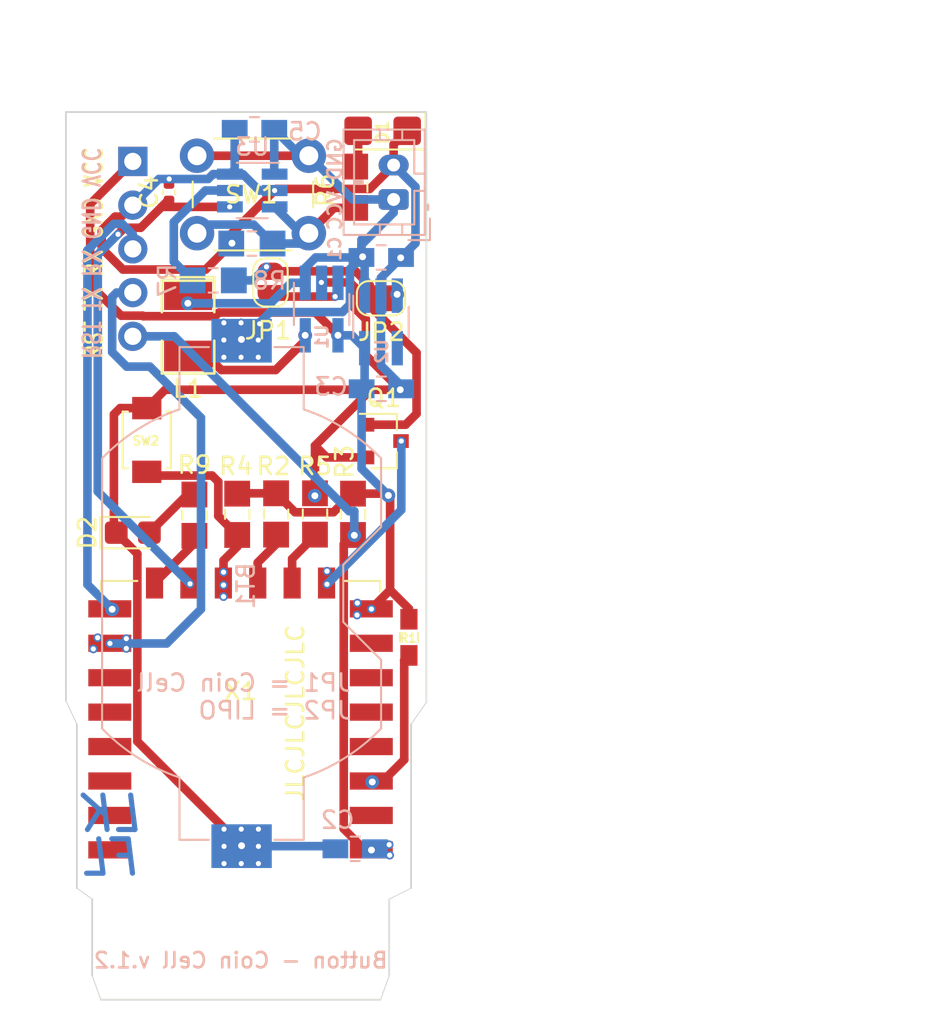
<source format=kicad_pcb>
(kicad_pcb (version 20171130) (host pcbnew "(5.1.9)-1")

  (general
    (thickness 1.6)
    (drawings 29)
    (tracks 250)
    (zones 0)
    (modules 29)
    (nets 22)
  )

  (page A4)
  (layers
    (0 F.Cu signal)
    (31 B.Cu signal)
    (32 B.Adhes user)
    (33 F.Adhes user)
    (34 B.Paste user)
    (35 F.Paste user)
    (36 B.SilkS user)
    (37 F.SilkS user)
    (38 B.Mask user)
    (39 F.Mask user)
    (40 Dwgs.User user)
    (41 Cmts.User user)
    (42 Eco1.User user)
    (43 Eco2.User user)
    (44 Edge.Cuts user)
    (45 Margin user)
    (46 B.CrtYd user hide)
    (47 F.CrtYd user)
    (48 B.Fab user hide)
    (49 F.Fab user)
  )

  (setup
    (last_trace_width 0.5)
    (user_trace_width 0.5)
    (trace_clearance 0.1)
    (zone_clearance 0.508)
    (zone_45_only no)
    (trace_min 0.2)
    (via_size 0.8)
    (via_drill 0.4)
    (via_min_size 0.4)
    (via_min_drill 0.3)
    (user_via 0.5 0.3)
    (uvia_size 0.3)
    (uvia_drill 0.1)
    (uvias_allowed no)
    (uvia_min_size 0.2)
    (uvia_min_drill 0.1)
    (edge_width 0.05)
    (segment_width 0.2)
    (pcb_text_width 0.3)
    (pcb_text_size 1.5 1.5)
    (mod_edge_width 0.12)
    (mod_text_size 1 1)
    (mod_text_width 0.15)
    (pad_size 1.524 1.524)
    (pad_drill 0.762)
    (pad_to_mask_clearance 0.051)
    (solder_mask_min_width 0.25)
    (aux_axis_origin 0 0)
    (visible_elements 7FFFFFFF)
    (pcbplotparams
      (layerselection 0x010fc_ffffffff)
      (usegerberextensions false)
      (usegerberattributes false)
      (usegerberadvancedattributes true)
      (creategerberjobfile false)
      (excludeedgelayer true)
      (linewidth 0.150000)
      (plotframeref false)
      (viasonmask false)
      (mode 1)
      (useauxorigin true)
      (hpglpennumber 1)
      (hpglpenspeed 20)
      (hpglpendiameter 15.000000)
      (psnegative false)
      (psa4output false)
      (plotreference true)
      (plotvalue true)
      (plotinvisibletext false)
      (padsonsilk false)
      (subtractmaskfromsilk false)
      (outputformat 1)
      (mirror false)
      (drillshape 0)
      (scaleselection 1)
      (outputdirectory "Gerber/"))
  )

  (net 0 "")
  (net 1 /VCC)
  (net 2 /GND)
  (net 3 /RST)
  (net 4 /RX)
  (net 5 /TX)
  (net 6 /EN)
  (net 7 /GPIO2)
  (net 8 /GPIO0)
  (net 9 "Net-(BT1-Pad1)")
  (net 10 "Net-(L1-Pad2)")
  (net 11 /GPIO15)
  (net 12 "Net-(R7-Pad2)")
  (net 13 "Net-(JP1-Pad2)")
  (net 14 "Net-(JP1-Pad1)")
  (net 15 "Net-(JP2-Pad1)")
  (net 16 /GPIO4)
  (net 17 "Net-(D2-Pad2)")
  (net 18 /GPIO5)
  (net 19 "Net-(D1-Pad2)")
  (net 20 "Net-(R6-Pad2)")
  (net 21 /GND_ESP)

  (net_class Default "This is the default net class."
    (clearance 0.1)
    (trace_width 0.25)
    (via_dia 0.8)
    (via_drill 0.4)
    (uvia_dia 0.3)
    (uvia_drill 0.1)
    (add_net /EN)
    (add_net /GND)
    (add_net /GND_ESP)
    (add_net /GPIO0)
    (add_net /GPIO15)
    (add_net /GPIO2)
    (add_net /GPIO4)
    (add_net /GPIO5)
    (add_net /RST)
    (add_net /RX)
    (add_net /TX)
    (add_net /VCC)
    (add_net "Net-(BT1-Pad1)")
    (add_net "Net-(D1-Pad2)")
    (add_net "Net-(D2-Pad2)")
    (add_net "Net-(JP1-Pad1)")
    (add_net "Net-(JP1-Pad2)")
    (add_net "Net-(JP2-Pad1)")
    (add_net "Net-(L1-Pad2)")
    (add_net "Net-(R6-Pad2)")
    (add_net "Net-(R7-Pad2)")
  )

  (module Package_TO_SOT_SMD:SOT-23 (layer F.Cu) (tedit 5A02FF57) (tstamp 60357853)
    (at 134.0485 69.9135)
    (descr "SOT-23, Standard")
    (tags SOT-23)
    (path /6036A4FF)
    (attr smd)
    (fp_text reference Q1 (at 0 -2.5) (layer F.SilkS)
      (effects (font (size 1 1) (thickness 0.15)))
    )
    (fp_text value mmbt222 (at 0 2.5) (layer F.Fab)
      (effects (font (size 1 1) (thickness 0.15)))
    )
    (fp_text user %R (at 0 0 90) (layer F.Fab)
      (effects (font (size 0.5 0.5) (thickness 0.075)))
    )
    (fp_line (start -0.7 -0.95) (end -0.7 1.5) (layer F.Fab) (width 0.1))
    (fp_line (start -0.15 -1.52) (end 0.7 -1.52) (layer F.Fab) (width 0.1))
    (fp_line (start -0.7 -0.95) (end -0.15 -1.52) (layer F.Fab) (width 0.1))
    (fp_line (start 0.7 -1.52) (end 0.7 1.52) (layer F.Fab) (width 0.1))
    (fp_line (start -0.7 1.52) (end 0.7 1.52) (layer F.Fab) (width 0.1))
    (fp_line (start 0.76 1.58) (end 0.76 0.65) (layer F.SilkS) (width 0.12))
    (fp_line (start 0.76 -1.58) (end 0.76 -0.65) (layer F.SilkS) (width 0.12))
    (fp_line (start -1.7 -1.75) (end 1.7 -1.75) (layer F.CrtYd) (width 0.05))
    (fp_line (start 1.7 -1.75) (end 1.7 1.75) (layer F.CrtYd) (width 0.05))
    (fp_line (start 1.7 1.75) (end -1.7 1.75) (layer F.CrtYd) (width 0.05))
    (fp_line (start -1.7 1.75) (end -1.7 -1.75) (layer F.CrtYd) (width 0.05))
    (fp_line (start 0.76 -1.58) (end -1.4 -1.58) (layer F.SilkS) (width 0.12))
    (fp_line (start 0.76 1.58) (end -0.7 1.58) (layer F.SilkS) (width 0.12))
    (pad 3 smd rect (at 1 0) (size 0.9 0.8) (layers F.Cu F.Paste F.Mask)
      (net 21 /GND_ESP))
    (pad 2 smd rect (at -1 0.95) (size 0.9 0.8) (layers F.Cu F.Paste F.Mask)
      (net 2 /GND))
    (pad 1 smd rect (at -1 -0.95) (size 0.9 0.8) (layers F.Cu F.Paste F.Mask)
      (net 13 "Net-(JP1-Pad2)"))
    (model ${KISYS3DMOD}/Package_TO_SOT_SMD.3dshapes/SOT-23.wrl
      (at (xyz 0 0 0))
      (scale (xyz 1 1 1))
      (rotate (xyz 0 0 0))
    )
  )

  (module handsolder:R_0603_1608Metric_Pad0.98x0.95mm_HandSolder_mod (layer F.Cu) (tedit 603556D4) (tstamp 60356131)
    (at 135.509 81.314 90)
    (descr "Resistor SMD 0603 (1608 Metric), square (rectangular) end terminal, IPC_7351 nominal with elongated pad for handsoldering. (Body size source: IPC-SM-782 page 72, https://www.pcb-3d.com/wordpress/wp-content/uploads/ipc-sm-782a_amendment_1_and_2.pdf), generated with kicad-footprint-generator")
    (tags "resistor handsolder")
    (path /60362DCD)
    (attr smd)
    (fp_text reference R1 (at -0.05 -0.05) (layer F.SilkS)
      (effects (font (size 0.5 0.5) (thickness 0.125)))
    )
    (fp_text value 10k (at 0 1.43 90) (layer F.Fab)
      (effects (font (size 1 1) (thickness 0.15)))
    )
    (fp_line (start -0.8 0.4125) (end -0.8 -0.4125) (layer F.Fab) (width 0.1))
    (fp_line (start -0.8 -0.4125) (end 0.8 -0.4125) (layer F.Fab) (width 0.1))
    (fp_line (start 0.8 -0.4125) (end 0.8 0.4125) (layer F.Fab) (width 0.1))
    (fp_line (start 0.8 0.4125) (end -0.8 0.4125) (layer F.Fab) (width 0.1))
    (fp_line (start -0.254724 -0.5225) (end 0.254724 -0.5225) (layer F.SilkS) (width 0.12))
    (fp_line (start -0.254724 0.5225) (end 0.254724 0.5225) (layer F.SilkS) (width 0.12))
    (fp_line (start -1.65 0.73) (end -1.65 -0.73) (layer F.CrtYd) (width 0.05))
    (fp_line (start -1.65 -0.73) (end 1.65 -0.73) (layer F.CrtYd) (width 0.05))
    (fp_line (start 1.65 -0.73) (end 1.65 0.73) (layer F.CrtYd) (width 0.05))
    (fp_line (start 1.65 0.73) (end -1.65 0.73) (layer F.CrtYd) (width 0.05))
    (fp_text user %R (at 0 0 90) (layer F.Fab)
      (effects (font (size 0.4 0.4) (thickness 0.06)))
    )
    (pad 2 smd rect (at 1.05 0 90) (size 1.2 1) (layers F.Cu F.Paste F.Mask)
      (net 1 /VCC))
    (pad 1 smd rect (at -1.05 0 90) (size 1.2 1) (layers F.Cu F.Paste F.Mask)
      (net 6 /EN))
    (model ${KISYS3DMOD}/Resistor_SMD.3dshapes/R_0603_1608Metric.wrl
      (at (xyz 0 0 0))
      (scale (xyz 1 1 1))
      (rotate (xyz 0 0 0))
    )
  )

  (module handsolder:SW_SPST_B3U-1000P_mod (layer F.Cu) (tedit 60353A91) (tstamp 6032692A)
    (at 120.269 69.85 90)
    (descr "Ultra-small-sized Tactile Switch with High Contact Reliability, Top-actuated Model, without Ground Terminal, without Boss")
    (tags "Tactile Switch")
    (path /602CDBD4)
    (attr smd)
    (fp_text reference SW2 (at -0.05 -0.05) (layer F.SilkS)
      (effects (font (size 0.5 0.5) (thickness 0.125)))
    )
    (fp_text value SW_Push (at 0 2.5 90) (layer F.Fab)
      (effects (font (size 1 1) (thickness 0.15)))
    )
    (fp_circle (center 0 0) (end 0.75 0) (layer F.Fab) (width 0.1))
    (fp_line (start -1.5 1.25) (end -1.5 -1.25) (layer F.Fab) (width 0.1))
    (fp_line (start 1.5 1.25) (end -1.5 1.25) (layer F.Fab) (width 0.1))
    (fp_line (start 1.5 -1.25) (end 1.5 1.25) (layer F.Fab) (width 0.1))
    (fp_line (start -1.5 -1.25) (end 1.5 -1.25) (layer F.Fab) (width 0.1))
    (fp_line (start 1.65 -1.4) (end 1.65 -1.1) (layer F.SilkS) (width 0.12))
    (fp_line (start -1.65 -1.4) (end 1.65 -1.4) (layer F.SilkS) (width 0.12))
    (fp_line (start -1.65 -1.1) (end -1.65 -1.4) (layer F.SilkS) (width 0.12))
    (fp_line (start 1.65 1.4) (end 1.65 1.1) (layer F.SilkS) (width 0.12))
    (fp_line (start -1.65 1.4) (end 1.65 1.4) (layer F.SilkS) (width 0.12))
    (fp_line (start -1.65 1.1) (end -1.65 1.4) (layer F.SilkS) (width 0.12))
    (fp_line (start -2.5 -1.65) (end -2.5 1.65) (layer F.CrtYd) (width 0.05))
    (fp_line (start 2.5 -1.65) (end -2.5 -1.65) (layer F.CrtYd) (width 0.05))
    (fp_line (start 2.5 1.65) (end 2.5 -1.65) (layer F.CrtYd) (width 0.05))
    (fp_line (start -2.5 1.65) (end 2.5 1.65) (layer F.CrtYd) (width 0.05))
    (fp_text user %R (at 0 -2.5 90) (layer F.Fab)
      (effects (font (size 1 1) (thickness 0.15)))
    )
    (pad 2 smd rect (at 1.85 0 90) (size 1.3 1.7) (layers F.Cu F.Paste F.Mask)
      (net 2 /GND))
    (pad 1 smd rect (at -1.85 0 90) (size 1.3 1.7) (layers F.Cu F.Paste F.Mask)
      (net 8 /GPIO0))
    (model ${KISYS3DMOD}/Button_Switch_SMD.3dshapes/SW_SPST_B3U-1000P.wrl
      (at (xyz 0 0 0))
      (scale (xyz 1 1 1))
      (rotate (xyz 0 0 0))
    )
  )

  (module handsolder:SW_PUSH_6mm_H8mm_mod (layer F.Cu) (tedit 60353762) (tstamp 60326911)
    (at 123.19 53.34)
    (descr "tactile push button, 6x6mm e.g. PHAP33xx series, height=8mm")
    (tags "tact sw push 6mm")
    (path /602CFCB7)
    (fp_text reference SW1 (at 3.15 2.25) (layer F.SilkS)
      (effects (font (size 1 1) (thickness 0.15)))
    )
    (fp_text value SW_Push (at 3.75 6.7) (layer F.Fab)
      (effects (font (size 1 1) (thickness 0.15)))
    )
    (fp_circle (center 3.25 2.25) (end 1.25 2.5) (layer F.Fab) (width 0.1))
    (fp_line (start 6.75 3) (end 6.75 1.5) (layer F.SilkS) (width 0.12))
    (fp_line (start 5.5 -1) (end 1 -1) (layer F.SilkS) (width 0.12))
    (fp_line (start -0.25 1.5) (end -0.25 3) (layer F.SilkS) (width 0.12))
    (fp_line (start 1 5.5) (end 5.5 5.5) (layer F.SilkS) (width 0.12))
    (fp_line (start 8 -1.25) (end 8 5.75) (layer F.CrtYd) (width 0.05))
    (fp_line (start 7.75 6) (end -1.25 6) (layer F.CrtYd) (width 0.05))
    (fp_line (start -1.5 5.75) (end -1.5 -1.25) (layer F.CrtYd) (width 0.05))
    (fp_line (start -1.25 -1.5) (end 7.75 -1.5) (layer F.CrtYd) (width 0.05))
    (fp_line (start -1.5 6) (end -1.25 6) (layer F.CrtYd) (width 0.05))
    (fp_line (start -1.5 5.75) (end -1.5 6) (layer F.CrtYd) (width 0.05))
    (fp_line (start -1.5 -1.5) (end -1.25 -1.5) (layer F.CrtYd) (width 0.05))
    (fp_line (start -1.5 -1.25) (end -1.5 -1.5) (layer F.CrtYd) (width 0.05))
    (fp_line (start 8 -1.5) (end 8 -1.25) (layer F.CrtYd) (width 0.05))
    (fp_line (start 7.75 -1.5) (end 8 -1.5) (layer F.CrtYd) (width 0.05))
    (fp_line (start 8 6) (end 8 5.75) (layer F.CrtYd) (width 0.05))
    (fp_line (start 7.75 6) (end 8 6) (layer F.CrtYd) (width 0.05))
    (fp_line (start 0.25 -0.75) (end 3.25 -0.75) (layer F.Fab) (width 0.1))
    (fp_line (start 0.25 5.25) (end 0.25 -0.75) (layer F.Fab) (width 0.1))
    (fp_line (start 6.25 5.25) (end 0.25 5.25) (layer F.Fab) (width 0.1))
    (fp_line (start 6.25 -0.75) (end 6.25 5.25) (layer F.Fab) (width 0.1))
    (fp_line (start 3.25 -0.75) (end 6.25 -0.75) (layer F.Fab) (width 0.1))
    (fp_text user %R (at 3.25 2.25) (layer F.Fab)
      (effects (font (size 1 1) (thickness 0.15)))
    )
    (pad 1 thru_hole circle (at 6.5 0 90) (size 2 2) (drill 1.1) (layers *.Cu *.Mask)
      (net 9 "Net-(BT1-Pad1)"))
    (pad 2 thru_hole circle (at 6.5 4.5 90) (size 2 2) (drill 1.1) (layers *.Cu *.Mask)
      (net 20 "Net-(R6-Pad2)"))
    (pad 1 thru_hole circle (at 0 0 90) (size 2 2) (drill 1.1) (layers *.Cu *.Mask)
      (net 9 "Net-(BT1-Pad1)"))
    (pad 2 thru_hole circle (at 0 4.5 90) (size 2 2) (drill 1.1) (layers *.Cu *.Mask)
      (net 20 "Net-(R6-Pad2)"))
    (model ${KISYS3DMOD}/Button_Switch_THT.3dshapes/SW_PUSH_6mm_H8mm.wrl
      (at (xyz 0 0 0))
      (scale (xyz 1 1 1))
      (rotate (xyz 0 0 0))
    )
  )

  (module handsolder:PinSocket_1x05_P2.54mm_Vertical_mod (layer F.Cu) (tedit 603537B0) (tstamp 60326824)
    (at 119.4562 53.6702)
    (descr "Through hole straight socket strip, 1x05, 2.54mm pitch, single row (from Kicad 4.0.7), script generated")
    (tags "Through hole socket strip THT 1x05 2.54mm single row")
    (path /60301345)
    (fp_text reference J1 (at 0 -2.77) (layer F.SilkS) hide
      (effects (font (size 1 1) (thickness 0.15)))
    )
    (fp_text value Conn_01x05_Female (at 0 12.93) (layer F.Fab)
      (effects (font (size 1 1) (thickness 0.15)))
    )
    (fp_line (start -1.8 11.9) (end -1.8 -1.8) (layer F.CrtYd) (width 0.05))
    (fp_line (start 1.75 11.9) (end -1.8 11.9) (layer F.CrtYd) (width 0.05))
    (fp_line (start 1.75 -1.8) (end 1.75 11.9) (layer F.CrtYd) (width 0.05))
    (fp_line (start -1.8 -1.8) (end 1.75 -1.8) (layer F.CrtYd) (width 0.05))
    (fp_line (start -1.27 11.43) (end -1.27 -1.27) (layer F.Fab) (width 0.1))
    (fp_line (start 1.27 11.43) (end -1.27 11.43) (layer F.Fab) (width 0.1))
    (fp_line (start 1.27 -0.635) (end 1.27 11.43) (layer F.Fab) (width 0.1))
    (fp_line (start 0.635 -1.27) (end 1.27 -0.635) (layer F.Fab) (width 0.1))
    (fp_line (start -1.27 -1.27) (end 0.635 -1.27) (layer F.Fab) (width 0.1))
    (fp_text user %R (at 0 5.08 90) (layer F.Fab)
      (effects (font (size 1 1) (thickness 0.15)))
    )
    (pad 5 thru_hole oval (at 0 10.16) (size 1.7 1.7) (drill 1) (layers *.Cu *.Mask)
      (net 3 /RST))
    (pad 4 thru_hole oval (at 0 7.62) (size 1.7 1.7) (drill 1) (layers *.Cu *.Mask)
      (net 5 /TX))
    (pad 3 thru_hole oval (at 0 5.08) (size 1.7 1.7) (drill 1) (layers *.Cu *.Mask)
      (net 4 /RX))
    (pad 2 thru_hole oval (at 0 2.54) (size 1.7 1.7) (drill 1) (layers *.Cu *.Mask)
      (net 2 /GND))
    (pad 1 thru_hole rect (at 0 0) (size 1.7 1.7) (drill 1) (layers *.Cu *.Mask)
      (net 1 /VCC))
    (model ${KISYS3DMOD}/Connector_PinSocket_2.54mm.3dshapes/PinSocket_1x05_P2.54mm_Vertical.wrl
      (at (xyz 0 0 0))
      (scale (xyz 1 1 1))
      (rotate (xyz 0 0 0))
    )
  )

  (module handsolder:C_0805_2012handsodermod (layer B.Cu) (tedit 60004493) (tstamp 6034EF3D)
    (at 126.53 51.81 180)
    (descr "Capacitor SMD 0805 (2012 Metric), square (rectangular) end terminal, IPC_7351 nominal with elongated pad for handsoldering. (Body size source: https://docs.google.com/spreadsheets/d/1BsfQQcO9C6DZCsRaXUlFlo91Tg2WpOkGARC1WS5S8t0/edit?usp=sharing), generated with kicad-footprint-generator")
    (tags "capacitor handsolder")
    (path /6034F848)
    (attr smd)
    (fp_text reference C5 (at -2.93 -0.127 180) (layer B.SilkS)
      (effects (font (size 1 1) (thickness 0.15)) (justify mirror))
    )
    (fp_text value 100nF (at 0 -1.65 180) (layer B.Fab) hide
      (effects (font (size 1 1) (thickness 0.15)) (justify mirror))
    )
    (fp_line (start -1 -0.6) (end -1 0.6) (layer B.Fab) (width 0.1))
    (fp_line (start -1 0.6) (end 1 0.6) (layer B.Fab) (width 0.1))
    (fp_line (start 1 0.6) (end 1 -0.6) (layer B.Fab) (width 0.1))
    (fp_line (start 1 -0.6) (end -1 -0.6) (layer B.Fab) (width 0.1))
    (fp_line (start -0.261252 0.71) (end 0.261252 0.71) (layer B.SilkS) (width 0.12))
    (fp_line (start -0.261252 -0.71) (end 0.261252 -0.71) (layer B.SilkS) (width 0.12))
    (fp_line (start -2 -0.95) (end -2 0.95) (layer B.CrtYd) (width 0.05))
    (fp_line (start -2 0.95) (end 2.05 0.95) (layer B.CrtYd) (width 0.05))
    (fp_line (start 2.05 0.95) (end 2.05 -0.95) (layer B.CrtYd) (width 0.05))
    (fp_line (start 2.05 -0.95) (end -2 -0.95) (layer B.CrtYd) (width 0.05))
    (fp_text user %R (at 0 0 180) (layer B.Fab)
      (effects (font (size 0.5 0.5) (thickness 0.08)) (justify mirror))
    )
    (pad 2 smd rect (at 1.15 0 180) (size 1.5 1.1) (layers B.Cu B.Paste B.Mask)
      (net 2 /GND))
    (pad 1 smd rect (at -1.15 0 180) (size 1.5 1.1) (layers B.Cu B.Paste B.Mask)
      (net 9 "Net-(BT1-Pad1)"))
    (model ${KISYS3DMOD}/Capacitor_SMD.3dshapes/C_0805_2012Metric.wrl
      (at (xyz 0 0 0))
      (scale (xyz 1 1 1))
      (rotate (xyz 0 0 0))
    )
  )

  (module Capacitor_SMD:C_0402_1005Metric_Pad0.74x0.62mm_HandSolder (layer F.Cu) (tedit 5F6BB22C) (tstamp 60343163)
    (at 121.56 55.46 90)
    (descr "Capacitor SMD 0402 (1005 Metric), square (rectangular) end terminal, IPC_7351 nominal with elongated pad for handsoldering. (Body size source: IPC-SM-782 page 76, https://www.pcb-3d.com/wordpress/wp-content/uploads/ipc-sm-782a_amendment_1_and_2.pdf), generated with kicad-footprint-generator")
    (tags "capacitor handsolder")
    (path /6034B321)
    (attr smd)
    (fp_text reference C4 (at 0 -1.16 90) (layer F.SilkS)
      (effects (font (size 1 1) (thickness 0.15)))
    )
    (fp_text value 10nf-100nf (at 0 1.16 90) (layer F.Fab)
      (effects (font (size 1 1) (thickness 0.15)))
    )
    (fp_line (start -0.5 0.25) (end -0.5 -0.25) (layer F.Fab) (width 0.1))
    (fp_line (start -0.5 -0.25) (end 0.5 -0.25) (layer F.Fab) (width 0.1))
    (fp_line (start 0.5 -0.25) (end 0.5 0.25) (layer F.Fab) (width 0.1))
    (fp_line (start 0.5 0.25) (end -0.5 0.25) (layer F.Fab) (width 0.1))
    (fp_line (start -0.115835 -0.36) (end 0.115835 -0.36) (layer F.SilkS) (width 0.12))
    (fp_line (start -0.115835 0.36) (end 0.115835 0.36) (layer F.SilkS) (width 0.12))
    (fp_line (start -1.08 0.46) (end -1.08 -0.46) (layer F.CrtYd) (width 0.05))
    (fp_line (start -1.08 -0.46) (end 1.08 -0.46) (layer F.CrtYd) (width 0.05))
    (fp_line (start 1.08 -0.46) (end 1.08 0.46) (layer F.CrtYd) (width 0.05))
    (fp_line (start 1.08 0.46) (end -1.08 0.46) (layer F.CrtYd) (width 0.05))
    (fp_text user %R (at 0 0 90) (layer F.Fab)
      (effects (font (size 0.25 0.25) (thickness 0.04)))
    )
    (pad 2 smd roundrect (at 0.5675 0 90) (size 0.735 0.62) (layers F.Cu F.Paste F.Mask) (roundrect_rratio 0.25)
      (net 2 /GND))
    (pad 1 smd roundrect (at -0.5675 0 90) (size 0.735 0.62) (layers F.Cu F.Paste F.Mask) (roundrect_rratio 0.25)
      (net 16 /GPIO4))
    (model ${KISYS3DMOD}/Capacitor_SMD.3dshapes/C_0402_1005Metric.wrl
      (at (xyz 0 0 0))
      (scale (xyz 1 1 1))
      (rotate (xyz 0 0 0))
    )
  )

  (module handsolder:ESP-12Elesssilk (layer F.Cu) (tedit 60343770) (tstamp 603269A6)
    (at 125.72 90.16 180)
    (descr "Wi-Fi Module, http://wiki.ai-thinker.com/_media/esp8266/docs/aithinker_esp_12f_datasheet_en.pdf")
    (tags "Wi-Fi Module")
    (path /602C0443)
    (attr smd)
    (fp_text reference X1 (at 0 5.715) (layer F.SilkS)
      (effects (font (size 1 1) (thickness 0.15)))
    )
    (fp_text value ESP-12E (at -0.06 -12.78) (layer F.Fab)
      (effects (font (size 1 1) (thickness 0.15)))
    )
    (fp_line (start -8 -12) (end 8 -12) (layer F.Fab) (width 0.12))
    (fp_line (start 8 -12) (end 8 12) (layer F.Fab) (width 0.12))
    (fp_line (start 8 12) (end -8 12) (layer F.Fab) (width 0.12))
    (fp_line (start -8 12) (end -8 -3) (layer F.Fab) (width 0.12))
    (fp_line (start -8 -3) (end -7.5 -3.5) (layer F.Fab) (width 0.12))
    (fp_line (start -7.5 -3.5) (end -8 -4) (layer F.Fab) (width 0.12))
    (fp_line (start -8 -4) (end -8 -12) (layer F.Fab) (width 0.12))
    (fp_line (start -9.05 -12.2) (end 9.05 -12.2) (layer F.CrtYd) (width 0.05))
    (fp_line (start 9.05 -12.2) (end 9.05 13.1) (layer F.CrtYd) (width 0.05))
    (fp_line (start 9.05 13.1) (end -9.05 13.1) (layer F.CrtYd) (width 0.05))
    (fp_line (start -9.05 13.1) (end -9.05 -12.2) (layer F.CrtYd) (width 0.05))
    (fp_line (start 8.12 11.5) (end 8.12 12.12) (layer F.SilkS) (width 0.12))
    (fp_line (start 8.12 12.12) (end 6 12.12) (layer F.SilkS) (width 0.12))
    (fp_line (start -6 12.12) (end -8.12 12.12) (layer F.SilkS) (width 0.12))
    (fp_line (start -8.12 12.12) (end -8.12 11.5) (layer F.SilkS) (width 0.12))
    (fp_line (start -8.12 -12.12) (end 8.12 -12.12) (layer Dwgs.User) (width 0.12))
    (fp_line (start 8.12 -12.12) (end 8.12 -4.8) (layer Dwgs.User) (width 0.12))
    (fp_line (start 8.12 -4.8) (end -8.12 -4.8) (layer Dwgs.User) (width 0.12))
    (fp_line (start -8.12 -4.8) (end -8.12 -12.12) (layer Dwgs.User) (width 0.12))
    (fp_line (start -8.12 -9.12) (end -5.12 -12.12) (layer Dwgs.User) (width 0.12))
    (fp_line (start -8.12 -6.12) (end -2.12 -12.12) (layer Dwgs.User) (width 0.12))
    (fp_line (start -6.44 -4.8) (end 0.88 -12.12) (layer Dwgs.User) (width 0.12))
    (fp_line (start -3.44 -4.8) (end 3.88 -12.12) (layer Dwgs.User) (width 0.12))
    (fp_line (start -0.44 -4.8) (end 6.88 -12.12) (layer Dwgs.User) (width 0.12))
    (fp_line (start 2.56 -4.8) (end 8.12 -10.36) (layer Dwgs.User) (width 0.12))
    (fp_line (start 5.56 -4.8) (end 8.12 -7.36) (layer Dwgs.User) (width 0.12))
    (fp_text user %R (at 0.49 -0.8) (layer F.Fab)
      (effects (font (size 1 1) (thickness 0.15)))
    )
    (fp_text user "KEEP-OUT ZONE" (at 0.03 -9.55 180) (layer Cmts.User)
      (effects (font (size 1 1) (thickness 0.15)))
    )
    (fp_text user Antenna (at -0.06 -7 180) (layer Cmts.User)
      (effects (font (size 1 1) (thickness 0.15)))
    )
    (pad 22 smd rect (at 7.6 -3.5 180) (size 2.5 1) (layers F.Cu F.Paste F.Mask))
    (pad 21 smd rect (at 7.6 -1.5 180) (size 2.5 1) (layers F.Cu F.Paste F.Mask))
    (pad 20 smd rect (at 7.6 0.5 180) (size 2.5 1) (layers F.Cu F.Paste F.Mask))
    (pad 19 smd rect (at 7.6 2.5 180) (size 2.5 1) (layers F.Cu F.Paste F.Mask))
    (pad 18 smd rect (at 7.6 4.5 180) (size 2.5 1) (layers F.Cu F.Paste F.Mask))
    (pad 17 smd rect (at 7.6 6.5 180) (size 2.5 1) (layers F.Cu F.Paste F.Mask))
    (pad 16 smd rect (at 7.6 8.5 180) (size 2.5 1) (layers F.Cu F.Paste F.Mask)
      (net 5 /TX))
    (pad 15 smd rect (at 7.6 10.5 180) (size 2.5 1) (layers F.Cu F.Paste F.Mask)
      (net 4 /RX))
    (pad 14 smd rect (at 5 12 180) (size 1 1.8) (layers F.Cu F.Paste F.Mask)
      (net 18 /GPIO5))
    (pad 13 smd rect (at 3 12 180) (size 1 1.8) (layers F.Cu F.Paste F.Mask)
      (net 16 /GPIO4))
    (pad 12 smd rect (at 1 12 180) (size 1 1.8) (layers F.Cu F.Paste F.Mask)
      (net 8 /GPIO0))
    (pad 11 smd rect (at -1 12 180) (size 1 1.8) (layers F.Cu F.Paste F.Mask)
      (net 7 /GPIO2))
    (pad 10 smd rect (at -3 12 180) (size 1 1.8) (layers F.Cu F.Paste F.Mask)
      (net 11 /GPIO15))
    (pad 9 smd rect (at -5 12 180) (size 1 1.8) (layers F.Cu F.Paste F.Mask)
      (net 21 /GND_ESP))
    (pad 8 smd rect (at -7.6 10.5 180) (size 2.5 1) (layers F.Cu F.Paste F.Mask)
      (net 1 /VCC))
    (pad 7 smd rect (at -7.6 8.5 180) (size 2.5 1) (layers F.Cu F.Paste F.Mask))
    (pad 6 smd rect (at -7.6 6.5 180) (size 2.5 1) (layers F.Cu F.Paste F.Mask))
    (pad 5 smd rect (at -7.6 4.5 180) (size 2.5 1) (layers F.Cu F.Paste F.Mask))
    (pad 4 smd rect (at -7.6 2.5 180) (size 2.5 1) (layers F.Cu F.Paste F.Mask))
    (pad 3 smd rect (at -7.6 0.5 180) (size 2.5 1) (layers F.Cu F.Paste F.Mask)
      (net 6 /EN))
    (pad 2 smd rect (at -7.6 -1.5 180) (size 2.5 1) (layers F.Cu F.Paste F.Mask))
    (pad 1 smd rect (at -7.6 -3.5 180) (size 2.5 1) (layers F.Cu F.Paste F.Mask)
      (net 3 /RST))
    (model ${KISYS3DMOD}/RF_Module.3dshapes/ESP-12E.wrl
      (at (xyz 0 0 0))
      (scale (xyz 1 1 1))
      (rotate (xyz 0 0 0))
    )
  )

  (module handsolder:SMD-1210_Pol_inductor (layer F.Cu) (tedit 592F1991) (tstamp 60326859)
    (at 122.67 63.192 270)
    (tags "CMS SM")
    (path /602E234D)
    (attr smd)
    (fp_text reference L1 (at 3.683 0) (layer F.SilkS)
      (effects (font (size 1 1) (thickness 0.15)))
    )
    (fp_text value "4.7 uH" (at 0 0.762 90) (layer F.Fab)
      (effects (font (size 1 1) (thickness 0.15)))
    )
    (fp_line (start -2.794 1.524) (end -0.762 1.524) (layer F.SilkS) (width 0.15))
    (fp_line (start -2.594 -1.524) (end -2.594 1.524) (layer F.SilkS) (width 0.15))
    (fp_line (start -0.762 -1.524) (end -2.794 -1.524) (layer F.SilkS) (width 0.15))
    (fp_line (start 2.794 -1.524) (end 0.889 -1.524) (layer F.SilkS) (width 0.15))
    (fp_line (start 2.794 1.524) (end 2.794 -1.524) (layer F.SilkS) (width 0.15))
    (fp_line (start 0.889 1.524) (end 2.794 1.524) (layer F.SilkS) (width 0.15))
    (fp_line (start -2.794 -1.524) (end -2.794 1.524) (layer F.SilkS) (width 0.15))
    (pad 1 smd rect (at -1.778 0 270) (size 1.778 2.794) (layers F.Cu F.Paste F.Mask)
      (net 9 "Net-(BT1-Pad1)") (zone_connect 2))
    (pad 2 smd rect (at 1.778 0 270) (size 1.778 2.794) (layers F.Cu F.Paste F.Mask)
      (net 10 "Net-(L1-Pad2)"))
    (model SMD_Packages.3dshapes/SMD-1210_Pol.wrl
      (at (xyz 0 0 0))
      (scale (xyz 0.2 0.2 0.2))
      (rotate (xyz 0 0 0))
    )
  )

  (module handsolder:SOT-23-5_HandSolderingmod (layer B.Cu) (tedit 60023824) (tstamp 60329F06)
    (at 130.43408 62.27064 270)
    (descr "5-pin SOT23 package")
    (tags "SOT-23-5 hand-soldering")
    (path /6033543B)
    (attr smd)
    (fp_text reference U1 (at 1.58496 -0.02032 90) (layer B.SilkS)
      (effects (font (size 0.7 0.7) (thickness 0.15)) (justify mirror))
    )
    (fp_text value TPS61097A (at 10.287 -1.143 270) (layer B.SilkS) hide
      (effects (font (size 1 1) (thickness 0.15)) (justify mirror))
    )
    (fp_line (start 2.38 -1.8) (end -2.38 -1.8) (layer B.CrtYd) (width 0.05))
    (fp_line (start 2.38 -1.8) (end 2.38 1.8) (layer B.CrtYd) (width 0.05))
    (fp_line (start -2.38 1.8) (end -2.38 -1.8) (layer B.CrtYd) (width 0.05))
    (fp_line (start -2.38 1.8) (end 2.38 1.8) (layer B.CrtYd) (width 0.05))
    (fp_line (start 0.9 1.55) (end 0.9 -1.55) (layer B.Fab) (width 0.1))
    (fp_line (start 0.9 -1.55) (end -0.9 -1.55) (layer B.Fab) (width 0.1))
    (fp_line (start -0.9 0.9) (end -0.9 -1.55) (layer B.Fab) (width 0.1))
    (fp_line (start 0.9 1.55) (end -0.25 1.55) (layer B.Fab) (width 0.1))
    (fp_line (start -0.9 0.9) (end -0.25 1.55) (layer B.Fab) (width 0.1))
    (fp_line (start 0.9 1.61) (end -1.55 1.61) (layer B.SilkS) (width 0.12))
    (fp_line (start -0.9 -1.61) (end 0.9 -1.61) (layer B.SilkS) (width 0.12))
    (fp_text user %R (at 0 0) (layer B.Fab)
      (effects (font (size 0.5 0.5) (thickness 0.075)) (justify mirror))
    )
    (pad 5 smd rect (at 1.5 0.95 270) (size 2 0.65) (layers B.Cu B.Paste B.Mask)
      (net 10 "Net-(L1-Pad2)"))
    (pad 4 smd rect (at 1.5 -0.95 270) (size 2 0.65) (layers B.Cu B.Paste B.Mask)
      (net 1 /VCC))
    (pad 3 smd rect (at -1.55 -0.95 270) (size 2 0.65) (layers B.Cu B.Paste B.Mask)
      (net 14 "Net-(JP1-Pad1)"))
    (pad 2 smd trapezoid (at -1.55 0 270) (size 2 0.65) (layers B.Cu B.Paste B.Mask)
      (net 2 /GND))
    (pad 1 smd rect (at -1.55 0.95 270) (size 2 0.65) (layers B.Cu B.Paste B.Mask)
      (net 9 "Net-(BT1-Pad1)"))
    (model ${KISYS3DMOD}/Package_TO_SOT_SMD.3dshapes/SOT-23-5.wrl
      (at (xyz 0 0 0))
      (scale (xyz 1 1 1))
      (rotate (xyz 0 0 0))
    )
  )

  (module Jumper:SolderJumper-2_P1.3mm_Open_RoundedPad1.0x1.5mm (layer F.Cu) (tedit 6032783A) (tstamp 60326836)
    (at 127.46 60.7 90)
    (descr "SMD Solder Jumper, 1x1.5mm, rounded Pads, 0.3mm gap, open")
    (tags "solder jumper open")
    (path /6032A30E)
    (attr virtual)
    (fp_text reference JP1 (at -2.79 -0.14 180) (layer F.SilkS)
      (effects (font (size 1 1) (thickness 0.15)))
    )
    (fp_text value "Jumper Coin Cell" (at 0 1.9 90) (layer F.Fab)
      (effects (font (size 1 1) (thickness 0.15)))
    )
    (fp_line (start 1.4 1.1) (end -1.5 1.1) (layer F.CrtYd) (width 0.05))
    (fp_line (start 1.4 1.1) (end 1.4 -1.1) (layer F.CrtYd) (width 0.05))
    (fp_line (start -1.5 -1.1) (end -1.5 1.1) (layer F.CrtYd) (width 0.05))
    (fp_line (start -1.5 -1.1) (end 1.4 -1.1) (layer F.CrtYd) (width 0.05))
    (fp_line (start -0.7 -1) (end 0.7 -1) (layer F.SilkS) (width 0.12))
    (fp_line (start 1.4 -0.3) (end 1.4 0.3) (layer F.SilkS) (width 0.12))
    (fp_line (start 0.7 1) (end -0.7 1) (layer F.SilkS) (width 0.12))
    (fp_line (start -1.4 0.3) (end -1.4 -0.3) (layer F.SilkS) (width 0.12))
    (fp_arc (start -0.7 -0.3) (end -0.7 -1) (angle -90) (layer F.SilkS) (width 0.12))
    (fp_arc (start -0.7 0.3) (end -1.4 0.3) (angle -90) (layer F.SilkS) (width 0.12))
    (fp_arc (start 0.7 0.3) (end 0.7 1) (angle -90) (layer F.SilkS) (width 0.12))
    (fp_arc (start 0.7 -0.3) (end 1.4 -0.3) (angle -90) (layer F.SilkS) (width 0.12))
    (pad 2 smd custom (at 0.65 0 90) (size 1 0.5) (layers F.Cu F.Mask)
      (net 13 "Net-(JP1-Pad2)") (zone_connect 2)
      (options (clearance outline) (anchor rect))
      (primitives
        (gr_circle (center 0 0.25) (end 0.5 0.25) (width 0))
        (gr_circle (center 0 -0.25) (end 0.5 -0.25) (width 0))
        (gr_poly (pts
           (xy 0 -0.75) (xy -0.5 -0.75) (xy -0.5 0.75) (xy 0 0.75)) (width 0))
      ))
    (pad 1 smd custom (at -0.65 0 90) (size 1 0.5) (layers F.Cu F.Mask)
      (net 14 "Net-(JP1-Pad1)") (zone_connect 2)
      (options (clearance outline) (anchor rect))
      (primitives
        (gr_circle (center 0 0.25) (end 0.5 0.25) (width 0))
        (gr_circle (center 0 -0.25) (end 0.5 -0.25) (width 0))
        (gr_poly (pts
           (xy 0 -0.75) (xy 0.5 -0.75) (xy 0.5 0.75) (xy 0 0.75)) (width 0))
      ))
  )

  (module handsolder:C_0805_2012handsodermod (layer B.Cu) (tedit 60326176) (tstamp 603267C3)
    (at 133.9 59.25 180)
    (descr "Capacitor SMD 0805 (2012 Metric), square (rectangular) end terminal, IPC_7351 nominal with elongated pad for handsoldering. (Body size source: https://docs.google.com/spreadsheets/d/1BsfQQcO9C6DZCsRaXUlFlo91Tg2WpOkGARC1WS5S8t0/edit?usp=sharing), generated with kicad-footprint-generator")
    (tags "capacitor handsolder")
    (path /602D0C1F)
    (attr smd)
    (fp_text reference C1 (at 2.7 0.51 270) (layer B.SilkS)
      (effects (font (size 0.7 0.7) (thickness 0.15)) (justify mirror))
    )
    (fp_text value 10uF (at 0 -1.65 180) (layer B.Fab) hide
      (effects (font (size 1 1) (thickness 0.15)) (justify mirror))
    )
    (fp_line (start 2.05 -0.85) (end -2 -0.85) (layer B.CrtYd) (width 0.05))
    (fp_line (start 2.05 0.85) (end 2.05 -0.85) (layer B.CrtYd) (width 0.05))
    (fp_line (start -2 0.85) (end 2.05 0.85) (layer B.CrtYd) (width 0.05))
    (fp_line (start -2 -0.85) (end -2 0.85) (layer B.CrtYd) (width 0.05))
    (fp_line (start -0.261252 -0.71) (end 0.261252 -0.71) (layer B.SilkS) (width 0.12))
    (fp_line (start -0.261252 0.71) (end 0.261252 0.71) (layer B.SilkS) (width 0.12))
    (fp_line (start 1 -0.6) (end -1 -0.6) (layer B.Fab) (width 0.1))
    (fp_line (start 1 0.6) (end 1 -0.6) (layer B.Fab) (width 0.1))
    (fp_line (start -1 0.6) (end 1 0.6) (layer B.Fab) (width 0.1))
    (fp_line (start -1 -0.6) (end -1 0.6) (layer B.Fab) (width 0.1))
    (fp_text user %R (at 0 0 180) (layer B.Fab)
      (effects (font (size 0.5 0.5) (thickness 0.08)) (justify mirror))
    )
    (pad 2 smd rect (at 1.15 0 180) (size 1.5 1.1) (layers B.Cu B.Paste B.Mask)
      (net 9 "Net-(BT1-Pad1)"))
    (pad 1 smd rect (at -1.15 0 180) (size 1.5 1.1) (layers B.Cu B.Paste B.Mask)
      (net 2 /GND))
    (model ${KISYS3DMOD}/Capacitor_SMD.3dshapes/C_0805_2012Metric.wrl
      (at (xyz 0 0 0))
      (scale (xyz 1 1 1))
      (rotate (xyz 0 0 0))
    )
  )

  (module handsolder:SOT-23-6handsoldering (layer B.Cu) (tedit 600C9A10) (tstamp 6032696B)
    (at 126.4 55.36 180)
    (descr "6-pin SOT-23 package")
    (tags SOT-23-6)
    (path /6031B6A7)
    (attr smd)
    (fp_text reference U3 (at 0 2.54 180) (layer B.SilkS)
      (effects (font (size 1 1) (thickness 0.15)) (justify mirror))
    )
    (fp_text value TPL5111 (at 0 -2.9) (layer B.Fab)
      (effects (font (size 1 1) (thickness 0.15)) (justify mirror))
    )
    (fp_line (start 0.9 1.55) (end 0.9 -1.55) (layer B.Fab) (width 0.1))
    (fp_line (start 0.9 -1.55) (end -0.9 -1.55) (layer B.Fab) (width 0.1))
    (fp_line (start -0.9 0.9) (end -0.9 -1.55) (layer B.Fab) (width 0.1))
    (fp_line (start 0.9 1.55) (end -0.25 1.55) (layer B.Fab) (width 0.1))
    (fp_line (start -0.9 0.9) (end -0.25 1.55) (layer B.Fab) (width 0.1))
    (fp_line (start -1.9 1.8) (end -1.9 -1.8) (layer B.CrtYd) (width 0.05))
    (fp_line (start -1.9 -1.8) (end 1.9 -1.8) (layer B.CrtYd) (width 0.05))
    (fp_line (start 1.9 -1.8) (end 1.9 1.8) (layer B.CrtYd) (width 0.05))
    (fp_line (start 1.9 1.8) (end -1.9 1.8) (layer B.CrtYd) (width 0.05))
    (fp_line (start 0.9 1.61) (end -1.55 1.61) (layer B.SilkS) (width 0.12))
    (fp_line (start -0.9 -1.61) (end 0.9 -1.61) (layer B.SilkS) (width 0.12))
    (fp_text user %R (at 0 0 90) (layer B.Fab)
      (effects (font (size 0.5 0.5) (thickness 0.075)) (justify mirror))
    )
    (pad 5 smd rect (at 1.3 0 180) (size 1.5 0.65) (layers B.Cu B.Paste B.Mask)
      (net 12 "Net-(R7-Pad2)"))
    (pad 6 smd rect (at 1.3 0.95 180) (size 1.5 0.65) (layers B.Cu B.Paste B.Mask)
      (net 2 /GND))
    (pad 4 smd rect (at 1.3 -0.95 180) (size 1.5 0.65) (layers B.Cu B.Paste B.Mask)
      (net 16 /GPIO4))
    (pad 3 smd rect (at -1.3 -0.95 180) (size 1.5 0.65) (layers B.Cu B.Paste B.Mask)
      (net 20 "Net-(R6-Pad2)"))
    (pad 2 smd rect (at -1.3 0 180) (size 1.5 0.65) (layers B.Cu B.Paste B.Mask)
      (net 2 /GND))
    (pad 1 smd rect (at -1.3 0.95 180) (size 1.5 0.65) (layers B.Cu B.Paste B.Mask)
      (net 9 "Net-(BT1-Pad1)"))
    (model ${KISYS3DMOD}/Package_TO_SOT_SMD.3dshapes/SOT-23-6.wrl
      (at (xyz 0 0 0))
      (scale (xyz 1 1 1))
      (rotate (xyz 0 0 0))
    )
  )

  (module handsolder:SOT-23-5_HandSolderingmod (layer B.Cu) (tedit 60023824) (tstamp 60326955)
    (at 133.8834 63.0174 270)
    (descr "5-pin SOT23 package")
    (tags "SOT-23-5 hand-soldering")
    (path /602F5FBE)
    (attr smd)
    (fp_text reference U2 (at 1.69164 -0.04064 270) (layer B.SilkS)
      (effects (font (size 0.7 0.7) (thickness 0.15)) (justify mirror))
    )
    (fp_text value AP2112K-3.3 (at 7.62 -1.27 270) (layer B.SilkS) hide
      (effects (font (size 1 1) (thickness 0.15)) (justify mirror))
    )
    (fp_line (start 2.38 -1.8) (end -2.38 -1.8) (layer B.CrtYd) (width 0.05))
    (fp_line (start 2.38 -1.8) (end 2.38 1.8) (layer B.CrtYd) (width 0.05))
    (fp_line (start -2.38 1.8) (end -2.38 -1.8) (layer B.CrtYd) (width 0.05))
    (fp_line (start -2.38 1.8) (end 2.38 1.8) (layer B.CrtYd) (width 0.05))
    (fp_line (start 0.9 1.55) (end 0.9 -1.55) (layer B.Fab) (width 0.1))
    (fp_line (start 0.9 -1.55) (end -0.9 -1.55) (layer B.Fab) (width 0.1))
    (fp_line (start -0.9 0.9) (end -0.9 -1.55) (layer B.Fab) (width 0.1))
    (fp_line (start 0.9 1.55) (end -0.25 1.55) (layer B.Fab) (width 0.1))
    (fp_line (start -0.9 0.9) (end -0.25 1.55) (layer B.Fab) (width 0.1))
    (fp_line (start 0.9 1.61) (end -1.55 1.61) (layer B.SilkS) (width 0.12))
    (fp_line (start -0.9 -1.61) (end 0.9 -1.61) (layer B.SilkS) (width 0.12))
    (fp_text user %R (at 0 0) (layer B.Fab)
      (effects (font (size 0.5 0.5) (thickness 0.075)) (justify mirror))
    )
    (pad 5 smd rect (at 1.5 0.95 270) (size 2 0.65) (layers B.Cu B.Paste B.Mask)
      (net 1 /VCC))
    (pad 4 smd rect (at 1.5 -0.95 270) (size 2 0.65) (layers B.Cu B.Paste B.Mask))
    (pad 3 smd rect (at -1.55 -0.95 270) (size 2 0.65) (layers B.Cu B.Paste B.Mask)
      (net 15 "Net-(JP2-Pad1)"))
    (pad 2 smd trapezoid (at -1.55 0 270) (size 2 0.65) (layers B.Cu B.Paste B.Mask)
      (net 2 /GND))
    (pad 1 smd rect (at -1.55 0.95 270) (size 2 0.65) (layers B.Cu B.Paste B.Mask)
      (net 9 "Net-(BT1-Pad1)"))
    (model ${KISYS3DMOD}/Package_TO_SOT_SMD.3dshapes/SOT-23-5.wrl
      (at (xyz 0 0 0))
      (scale (xyz 1 1 1))
      (rotate (xyz 0 0 0))
    )
  )

  (module handsolder:R_0805_2012handsoldermod (layer F.Cu) (tedit 60004565) (tstamp 603268F2)
    (at 123.0376 74.2188 270)
    (descr "Resistor SMD 0805 (2012 Metric), square (rectangular) end terminal, IPC_7351 nominal with elongated pad for handsoldering. (Body size source: https://docs.google.com/spreadsheets/d/1BsfQQcO9C6DZCsRaXUlFlo91Tg2WpOkGARC1WS5S8t0/edit?usp=sharing), generated with kicad-footprint-generator")
    (tags "resistor handsolder")
    (path /60325E7B)
    (attr smd)
    (fp_text reference R9 (at -2.921 0) (layer F.SilkS)
      (effects (font (size 1 1) (thickness 0.15)))
    )
    (fp_text value 1k (at 0 1.65 270) (layer F.Fab) hide
      (effects (font (size 1 1) (thickness 0.15)))
    )
    (fp_line (start 2.05 0.95) (end -2.05 0.95) (layer F.CrtYd) (width 0.05))
    (fp_line (start 2.05 -0.95) (end 2.05 0.95) (layer F.CrtYd) (width 0.05))
    (fp_line (start -2.05 -0.95) (end 2.05 -0.95) (layer F.CrtYd) (width 0.05))
    (fp_line (start -2.05 0.95) (end -2.05 -0.95) (layer F.CrtYd) (width 0.05))
    (fp_line (start -0.261252 0.71) (end 0.261252 0.71) (layer F.SilkS) (width 0.12))
    (fp_line (start -0.261252 -0.71) (end 0.261252 -0.71) (layer F.SilkS) (width 0.12))
    (fp_line (start 1 0.6) (end -1 0.6) (layer F.Fab) (width 0.1))
    (fp_line (start 1 -0.6) (end 1 0.6) (layer F.Fab) (width 0.1))
    (fp_line (start -1 -0.6) (end 1 -0.6) (layer F.Fab) (width 0.1))
    (fp_line (start -1 0.6) (end -1 -0.6) (layer F.Fab) (width 0.1))
    (fp_text user %R (at 0 0 270) (layer F.Fab)
      (effects (font (size 0.5 0.5) (thickness 0.08)))
    )
    (pad 2 smd rect (at 1.2 0 270) (size 1.5 1.5) (layers F.Cu F.Paste F.Mask)
      (net 18 /GPIO5))
    (pad 1 smd rect (at -1.2 0 270) (size 1.5 1.5) (layers F.Cu F.Paste F.Mask)
      (net 17 "Net-(D2-Pad2)"))
    (model ${KISYS3DMOD}/Resistor_SMD.3dshapes/R_0805_2012Metric.wrl
      (at (xyz 0 0 0))
      (scale (xyz 1 1 1))
      (rotate (xyz 0 0 0))
    )
  )

  (module handsolder:R_0805_2012handsoldermod (layer B.Cu) (tedit 60004565) (tstamp 603268E1)
    (at 126.38 58.44 180)
    (descr "Resistor SMD 0805 (2012 Metric), square (rectangular) end terminal, IPC_7351 nominal with elongated pad for handsoldering. (Body size source: https://docs.google.com/spreadsheets/d/1BsfQQcO9C6DZCsRaXUlFlo91Tg2WpOkGARC1WS5S8t0/edit?usp=sharing), generated with kicad-footprint-generator")
    (tags "resistor handsolder")
    (path /6031EA78)
    (attr smd)
    (fp_text reference R8 (at -1.02 -2.16) (layer B.SilkS)
      (effects (font (size 1 1) (thickness 0.15)) (justify mirror))
    )
    (fp_text value 10k (at 0 -1.65) (layer B.Fab) hide
      (effects (font (size 1 1) (thickness 0.15)) (justify mirror))
    )
    (fp_line (start 2.05 -0.95) (end -2.05 -0.95) (layer B.CrtYd) (width 0.05))
    (fp_line (start 2.05 0.95) (end 2.05 -0.95) (layer B.CrtYd) (width 0.05))
    (fp_line (start -2.05 0.95) (end 2.05 0.95) (layer B.CrtYd) (width 0.05))
    (fp_line (start -2.05 -0.95) (end -2.05 0.95) (layer B.CrtYd) (width 0.05))
    (fp_line (start -0.261252 -0.71) (end 0.261252 -0.71) (layer B.SilkS) (width 0.12))
    (fp_line (start -0.261252 0.71) (end 0.261252 0.71) (layer B.SilkS) (width 0.12))
    (fp_line (start 1 -0.6) (end -1 -0.6) (layer B.Fab) (width 0.1))
    (fp_line (start 1 0.6) (end 1 -0.6) (layer B.Fab) (width 0.1))
    (fp_line (start -1 0.6) (end 1 0.6) (layer B.Fab) (width 0.1))
    (fp_line (start -1 -0.6) (end -1 0.6) (layer B.Fab) (width 0.1))
    (fp_text user %R (at 0 0) (layer B.Fab)
      (effects (font (size 0.5 0.5) (thickness 0.08)) (justify mirror))
    )
    (pad 2 smd rect (at 1.2 0 180) (size 1.5 1.5) (layers B.Cu B.Paste B.Mask)
      (net 2 /GND))
    (pad 1 smd rect (at -1.2 0 180) (size 1.5 1.5) (layers B.Cu B.Paste B.Mask)
      (net 20 "Net-(R6-Pad2)"))
    (model ${KISYS3DMOD}/Resistor_SMD.3dshapes/R_0805_2012Metric.wrl
      (at (xyz 0 0 0))
      (scale (xyz 1 1 1))
      (rotate (xyz 0 0 0))
    )
  )

  (module handsolder:R_0805_2012handsoldermod (layer B.Cu) (tedit 60004565) (tstamp 603268D0)
    (at 124.1298 60.579 180)
    (descr "Resistor SMD 0805 (2012 Metric), square (rectangular) end terminal, IPC_7351 nominal with elongated pad for handsoldering. (Body size source: https://docs.google.com/spreadsheets/d/1BsfQQcO9C6DZCsRaXUlFlo91Tg2WpOkGARC1WS5S8t0/edit?usp=sharing), generated with kicad-footprint-generator")
    (tags "resistor handsolder")
    (path /602F7A06)
    (attr smd)
    (fp_text reference R7 (at 2.667 0 90) (layer B.SilkS)
      (effects (font (size 1 1) (thickness 0.15)) (justify mirror))
    )
    (fp_text value 10k (at 0 -1.65) (layer B.Fab) hide
      (effects (font (size 1 1) (thickness 0.15)) (justify mirror))
    )
    (fp_line (start 2.05 -0.95) (end -2.05 -0.95) (layer B.CrtYd) (width 0.05))
    (fp_line (start 2.05 0.95) (end 2.05 -0.95) (layer B.CrtYd) (width 0.05))
    (fp_line (start -2.05 0.95) (end 2.05 0.95) (layer B.CrtYd) (width 0.05))
    (fp_line (start -2.05 -0.95) (end -2.05 0.95) (layer B.CrtYd) (width 0.05))
    (fp_line (start -0.261252 -0.71) (end 0.261252 -0.71) (layer B.SilkS) (width 0.12))
    (fp_line (start -0.261252 0.71) (end 0.261252 0.71) (layer B.SilkS) (width 0.12))
    (fp_line (start 1 -0.6) (end -1 -0.6) (layer B.Fab) (width 0.1))
    (fp_line (start 1 0.6) (end 1 -0.6) (layer B.Fab) (width 0.1))
    (fp_line (start -1 0.6) (end 1 0.6) (layer B.Fab) (width 0.1))
    (fp_line (start -1 -0.6) (end -1 0.6) (layer B.Fab) (width 0.1))
    (fp_text user %R (at 0 0) (layer B.Fab)
      (effects (font (size 0.5 0.5) (thickness 0.08)) (justify mirror))
    )
    (pad 2 smd rect (at 1.2 0 180) (size 1.5 1.5) (layers B.Cu B.Paste B.Mask)
      (net 12 "Net-(R7-Pad2)"))
    (pad 1 smd rect (at -1.2 0 180) (size 1.5 1.5) (layers B.Cu B.Paste B.Mask)
      (net 13 "Net-(JP1-Pad2)"))
    (model ${KISYS3DMOD}/Resistor_SMD.3dshapes/R_0805_2012Metric.wrl
      (at (xyz 0 0 0))
      (scale (xyz 1 1 1))
      (rotate (xyz 0 0 0))
    )
  )

  (module handsolder:R_0805_2012handsoldermod (layer F.Cu) (tedit 60004565) (tstamp 603268BF)
    (at 132.3848 55.1688 270)
    (descr "Resistor SMD 0805 (2012 Metric), square (rectangular) end terminal, IPC_7351 nominal with elongated pad for handsoldering. (Body size source: https://docs.google.com/spreadsheets/d/1BsfQQcO9C6DZCsRaXUlFlo91Tg2WpOkGARC1WS5S8t0/edit?usp=sharing), generated with kicad-footprint-generator")
    (tags "resistor handsolder")
    (path /602D454A)
    (attr smd)
    (fp_text reference R6 (at 0.1712 1.7448 270) (layer F.SilkS)
      (effects (font (size 1 1) (thickness 0.15)))
    )
    (fp_text value 1k (at 0 1.65 90) (layer F.Fab) hide
      (effects (font (size 1 1) (thickness 0.15)))
    )
    (fp_line (start 2.05 0.95) (end -2.05 0.95) (layer F.CrtYd) (width 0.05))
    (fp_line (start 2.05 -0.95) (end 2.05 0.95) (layer F.CrtYd) (width 0.05))
    (fp_line (start -2.05 -0.95) (end 2.05 -0.95) (layer F.CrtYd) (width 0.05))
    (fp_line (start -2.05 0.95) (end -2.05 -0.95) (layer F.CrtYd) (width 0.05))
    (fp_line (start -0.261252 0.71) (end 0.261252 0.71) (layer F.SilkS) (width 0.12))
    (fp_line (start -0.261252 -0.71) (end 0.261252 -0.71) (layer F.SilkS) (width 0.12))
    (fp_line (start 1 0.6) (end -1 0.6) (layer F.Fab) (width 0.1))
    (fp_line (start 1 -0.6) (end 1 0.6) (layer F.Fab) (width 0.1))
    (fp_line (start -1 -0.6) (end 1 -0.6) (layer F.Fab) (width 0.1))
    (fp_line (start -1 0.6) (end -1 -0.6) (layer F.Fab) (width 0.1))
    (fp_text user %R (at 0 0 90) (layer F.Fab)
      (effects (font (size 0.5 0.5) (thickness 0.08)))
    )
    (pad 2 smd rect (at 1.2 0 270) (size 1.5 1.5) (layers F.Cu F.Paste F.Mask)
      (net 20 "Net-(R6-Pad2)"))
    (pad 1 smd rect (at -1.2 0 270) (size 1.5 1.5) (layers F.Cu F.Paste F.Mask)
      (net 19 "Net-(D1-Pad2)"))
    (model ${KISYS3DMOD}/Resistor_SMD.3dshapes/R_0805_2012Metric.wrl
      (at (xyz 0 0 0))
      (scale (xyz 1 1 1))
      (rotate (xyz 0 0 0))
    )
  )

  (module handsolder:R_0805_2012handsoldermod (layer F.Cu) (tedit 60004565) (tstamp 603268AE)
    (at 130.048 74.1488 270)
    (descr "Resistor SMD 0805 (2012 Metric), square (rectangular) end terminal, IPC_7351 nominal with elongated pad for handsoldering. (Body size source: https://docs.google.com/spreadsheets/d/1BsfQQcO9C6DZCsRaXUlFlo91Tg2WpOkGARC1WS5S8t0/edit?usp=sharing), generated with kicad-footprint-generator")
    (tags "resistor handsolder")
    (path /602CA91E)
    (attr smd)
    (fp_text reference R5 (at -2.7748 0 180) (layer F.SilkS)
      (effects (font (size 1 1) (thickness 0.15)))
    )
    (fp_text value 4.7k (at 0 1.65 90) (layer F.Fab) hide
      (effects (font (size 1 1) (thickness 0.15)))
    )
    (fp_line (start 2.05 0.95) (end -2.05 0.95) (layer F.CrtYd) (width 0.05))
    (fp_line (start 2.05 -0.95) (end 2.05 0.95) (layer F.CrtYd) (width 0.05))
    (fp_line (start -2.05 -0.95) (end 2.05 -0.95) (layer F.CrtYd) (width 0.05))
    (fp_line (start -2.05 0.95) (end -2.05 -0.95) (layer F.CrtYd) (width 0.05))
    (fp_line (start -0.261252 0.71) (end 0.261252 0.71) (layer F.SilkS) (width 0.12))
    (fp_line (start -0.261252 -0.71) (end 0.261252 -0.71) (layer F.SilkS) (width 0.12))
    (fp_line (start 1 0.6) (end -1 0.6) (layer F.Fab) (width 0.1))
    (fp_line (start 1 -0.6) (end 1 0.6) (layer F.Fab) (width 0.1))
    (fp_line (start -1 -0.6) (end 1 -0.6) (layer F.Fab) (width 0.1))
    (fp_line (start -1 0.6) (end -1 -0.6) (layer F.Fab) (width 0.1))
    (fp_text user %R (at 0 0 90) (layer F.Fab)
      (effects (font (size 0.5 0.5) (thickness 0.08)))
    )
    (pad 2 smd rect (at 1.2 0 270) (size 1.5 1.5) (layers F.Cu F.Paste F.Mask)
      (net 11 /GPIO15))
    (pad 1 smd rect (at -1.2 0 270) (size 1.5 1.5) (layers F.Cu F.Paste F.Mask)
      (net 2 /GND))
    (model ${KISYS3DMOD}/Resistor_SMD.3dshapes/R_0805_2012Metric.wrl
      (at (xyz 0 0 0))
      (scale (xyz 1 1 1))
      (rotate (xyz 0 0 0))
    )
  )

  (module handsolder:R_0805_2012handsoldermod (layer F.Cu) (tedit 60004565) (tstamp 6032689D)
    (at 125.5268 74.168 270)
    (descr "Resistor SMD 0805 (2012 Metric), square (rectangular) end terminal, IPC_7351 nominal with elongated pad for handsoldering. (Body size source: https://docs.google.com/spreadsheets/d/1BsfQQcO9C6DZCsRaXUlFlo91Tg2WpOkGARC1WS5S8t0/edit?usp=sharing), generated with kicad-footprint-generator")
    (tags "resistor handsolder")
    (path /602CA541)
    (attr smd)
    (fp_text reference R4 (at -2.794 0.0762 180) (layer F.SilkS)
      (effects (font (size 1 1) (thickness 0.15)))
    )
    (fp_text value 10k (at 0 1.65 90) (layer F.Fab) hide
      (effects (font (size 1 1) (thickness 0.15)))
    )
    (fp_line (start 2.05 0.95) (end -2.05 0.95) (layer F.CrtYd) (width 0.05))
    (fp_line (start 2.05 -0.95) (end 2.05 0.95) (layer F.CrtYd) (width 0.05))
    (fp_line (start -2.05 -0.95) (end 2.05 -0.95) (layer F.CrtYd) (width 0.05))
    (fp_line (start -2.05 0.95) (end -2.05 -0.95) (layer F.CrtYd) (width 0.05))
    (fp_line (start -0.261252 0.71) (end 0.261252 0.71) (layer F.SilkS) (width 0.12))
    (fp_line (start -0.261252 -0.71) (end 0.261252 -0.71) (layer F.SilkS) (width 0.12))
    (fp_line (start 1 0.6) (end -1 0.6) (layer F.Fab) (width 0.1))
    (fp_line (start 1 -0.6) (end 1 0.6) (layer F.Fab) (width 0.1))
    (fp_line (start -1 -0.6) (end 1 -0.6) (layer F.Fab) (width 0.1))
    (fp_line (start -1 0.6) (end -1 -0.6) (layer F.Fab) (width 0.1))
    (fp_text user %R (at 0 0 90) (layer F.Fab)
      (effects (font (size 0.5 0.5) (thickness 0.08)))
    )
    (pad 2 smd rect (at 1.2 0 270) (size 1.5 1.5) (layers F.Cu F.Paste F.Mask)
      (net 8 /GPIO0))
    (pad 1 smd rect (at -1.2 0 270) (size 1.5 1.5) (layers F.Cu F.Paste F.Mask)
      (net 1 /VCC))
    (model ${KISYS3DMOD}/Resistor_SMD.3dshapes/R_0805_2012Metric.wrl
      (at (xyz 0 0 0))
      (scale (xyz 1 1 1))
      (rotate (xyz 0 0 0))
    )
  )

  (module handsolder:R_0805_2012handsoldermod (layer F.Cu) (tedit 60004565) (tstamp 6032688C)
    (at 132.2578 74.168 270)
    (descr "Resistor SMD 0805 (2012 Metric), square (rectangular) end terminal, IPC_7351 nominal with elongated pad for handsoldering. (Body size source: https://docs.google.com/spreadsheets/d/1BsfQQcO9C6DZCsRaXUlFlo91Tg2WpOkGARC1WS5S8t0/edit?usp=sharing), generated with kicad-footprint-generator")
    (tags "resistor handsolder")
    (path /602C7954)
    (attr smd)
    (fp_text reference R3 (at -3.048 0.4953 90) (layer F.SilkS)
      (effects (font (size 1 1) (thickness 0.15)))
    )
    (fp_text value 10k (at 0 1.65 90) (layer F.Fab) hide
      (effects (font (size 1 1) (thickness 0.15)))
    )
    (fp_line (start 2.05 0.95) (end -2.05 0.95) (layer F.CrtYd) (width 0.05))
    (fp_line (start 2.05 -0.95) (end 2.05 0.95) (layer F.CrtYd) (width 0.05))
    (fp_line (start -2.05 -0.95) (end 2.05 -0.95) (layer F.CrtYd) (width 0.05))
    (fp_line (start -2.05 0.95) (end -2.05 -0.95) (layer F.CrtYd) (width 0.05))
    (fp_line (start -0.261252 0.71) (end 0.261252 0.71) (layer F.SilkS) (width 0.12))
    (fp_line (start -0.261252 -0.71) (end 0.261252 -0.71) (layer F.SilkS) (width 0.12))
    (fp_line (start 1 0.6) (end -1 0.6) (layer F.Fab) (width 0.1))
    (fp_line (start 1 -0.6) (end 1 0.6) (layer F.Fab) (width 0.1))
    (fp_line (start -1 -0.6) (end 1 -0.6) (layer F.Fab) (width 0.1))
    (fp_line (start -1 0.6) (end -1 -0.6) (layer F.Fab) (width 0.1))
    (fp_text user %R (at 0 0 90) (layer F.Fab)
      (effects (font (size 0.5 0.5) (thickness 0.08)))
    )
    (pad 2 smd rect (at 1.2 0 270) (size 1.5 1.5) (layers F.Cu F.Paste F.Mask)
      (net 3 /RST))
    (pad 1 smd rect (at -1.2 0 270) (size 1.5 1.5) (layers F.Cu F.Paste F.Mask)
      (net 1 /VCC))
    (model ${KISYS3DMOD}/Resistor_SMD.3dshapes/R_0805_2012Metric.wrl
      (at (xyz 0 0 0))
      (scale (xyz 1 1 1))
      (rotate (xyz 0 0 0))
    )
  )

  (module handsolder:R_0805_2012handsoldermod (layer F.Cu) (tedit 60004565) (tstamp 6032687B)
    (at 127.7874 74.1488 270)
    (descr "Resistor SMD 0805 (2012 Metric), square (rectangular) end terminal, IPC_7351 nominal with elongated pad for handsoldering. (Body size source: https://docs.google.com/spreadsheets/d/1BsfQQcO9C6DZCsRaXUlFlo91Tg2WpOkGARC1WS5S8t0/edit?usp=sharing), generated with kicad-footprint-generator")
    (tags "resistor handsolder")
    (path /602CC605)
    (attr smd)
    (fp_text reference R2 (at -2.7748 0.1524 180) (layer F.SilkS)
      (effects (font (size 1 1) (thickness 0.15)))
    )
    (fp_text value 10k (at 0 1.65 90) (layer F.Fab) hide
      (effects (font (size 1 1) (thickness 0.15)))
    )
    (fp_line (start 2.05 0.95) (end -2.05 0.95) (layer F.CrtYd) (width 0.05))
    (fp_line (start 2.05 -0.95) (end 2.05 0.95) (layer F.CrtYd) (width 0.05))
    (fp_line (start -2.05 -0.95) (end 2.05 -0.95) (layer F.CrtYd) (width 0.05))
    (fp_line (start -2.05 0.95) (end -2.05 -0.95) (layer F.CrtYd) (width 0.05))
    (fp_line (start -0.261252 0.71) (end 0.261252 0.71) (layer F.SilkS) (width 0.12))
    (fp_line (start -0.261252 -0.71) (end 0.261252 -0.71) (layer F.SilkS) (width 0.12))
    (fp_line (start 1 0.6) (end -1 0.6) (layer F.Fab) (width 0.1))
    (fp_line (start 1 -0.6) (end 1 0.6) (layer F.Fab) (width 0.1))
    (fp_line (start -1 -0.6) (end 1 -0.6) (layer F.Fab) (width 0.1))
    (fp_line (start -1 0.6) (end -1 -0.6) (layer F.Fab) (width 0.1))
    (fp_text user %R (at 0 0 90) (layer F.Fab)
      (effects (font (size 0.5 0.5) (thickness 0.08)))
    )
    (pad 2 smd rect (at 1.2 0 270) (size 1.5 1.5) (layers F.Cu F.Paste F.Mask)
      (net 7 /GPIO2))
    (pad 1 smd rect (at -1.2 0 270) (size 1.5 1.5) (layers F.Cu F.Paste F.Mask)
      (net 1 /VCC))
    (model ${KISYS3DMOD}/Resistor_SMD.3dshapes/R_0805_2012Metric.wrl
      (at (xyz 0 0 0))
      (scale (xyz 1 1 1))
      (rotate (xyz 0 0 0))
    )
  )

  (module Jumper:SolderJumper-2_P1.3mm_Open_RoundedPad1.0x1.5mm (layer F.Cu) (tedit 5B391E66) (tstamp 60326848)
    (at 133.8834 61.6204 180)
    (descr "SMD Solder Jumper, 1x1.5mm, rounded Pads, 0.3mm gap, open")
    (tags "solder jumper open")
    (path /60326B8C)
    (attr virtual)
    (fp_text reference JP2 (at -0.0254 -1.9558 180) (layer F.SilkS)
      (effects (font (size 1 1) (thickness 0.15)))
    )
    (fp_text value "Jumper LIPO" (at 0 1.9) (layer F.Fab)
      (effects (font (size 1 1) (thickness 0.15)))
    )
    (fp_line (start 1.65 1.25) (end -1.65 1.25) (layer F.CrtYd) (width 0.05))
    (fp_line (start 1.65 1.25) (end 1.65 -1.25) (layer F.CrtYd) (width 0.05))
    (fp_line (start -1.65 -1.25) (end -1.65 1.25) (layer F.CrtYd) (width 0.05))
    (fp_line (start -1.65 -1.25) (end 1.65 -1.25) (layer F.CrtYd) (width 0.05))
    (fp_line (start -0.7 -1) (end 0.7 -1) (layer F.SilkS) (width 0.12))
    (fp_line (start 1.4 -0.3) (end 1.4 0.3) (layer F.SilkS) (width 0.12))
    (fp_line (start 0.7 1) (end -0.7 1) (layer F.SilkS) (width 0.12))
    (fp_line (start -1.4 0.3) (end -1.4 -0.3) (layer F.SilkS) (width 0.12))
    (fp_arc (start -0.7 -0.3) (end -0.7 -1) (angle -90) (layer F.SilkS) (width 0.12))
    (fp_arc (start -0.7 0.3) (end -1.4 0.3) (angle -90) (layer F.SilkS) (width 0.12))
    (fp_arc (start 0.7 0.3) (end 0.7 1) (angle -90) (layer F.SilkS) (width 0.12))
    (fp_arc (start 0.7 -0.3) (end 1.4 -0.3) (angle -90) (layer F.SilkS) (width 0.12))
    (pad 2 smd custom (at 0.65 0 180) (size 1 0.5) (layers F.Cu F.Mask)
      (net 13 "Net-(JP1-Pad2)") (zone_connect 2)
      (options (clearance outline) (anchor rect))
      (primitives
        (gr_circle (center 0 0.25) (end 0.5 0.25) (width 0))
        (gr_circle (center 0 -0.25) (end 0.5 -0.25) (width 0))
        (gr_poly (pts
           (xy 0 -0.75) (xy -0.5 -0.75) (xy -0.5 0.75) (xy 0 0.75)) (width 0))
      ))
    (pad 1 smd custom (at -0.65 0 180) (size 1 0.5) (layers F.Cu F.Mask)
      (net 15 "Net-(JP2-Pad1)") (zone_connect 2)
      (options (clearance outline) (anchor rect))
      (primitives
        (gr_circle (center 0 0.25) (end 0.5 0.25) (width 0))
        (gr_circle (center 0 -0.25) (end 0.5 -0.25) (width 0))
        (gr_poly (pts
           (xy 0 -0.75) (xy 0.5 -0.75) (xy 0.5 0.75) (xy 0 0.75)) (width 0))
      ))
  )

  (module LED_SMD:LED_0805_2012Metric_Castellated (layer F.Cu) (tedit 5F68FEF1) (tstamp 6032680B)
    (at 119.4562 75.2348)
    (descr "LED SMD 0805 (2012 Metric), castellated end terminal, IPC_7351 nominal, (Body size source: https://docs.google.com/spreadsheets/d/1BsfQQcO9C6DZCsRaXUlFlo91Tg2WpOkGARC1WS5S8t0/edit?usp=sharing), generated with kicad-footprint-generator")
    (tags "LED castellated")
    (path /6032747F)
    (attr smd)
    (fp_text reference D2 (at -2.6416 0 90) (layer F.SilkS)
      (effects (font (size 1 1) (thickness 0.15)))
    )
    (fp_text value LED (at 0 1.6) (layer F.Fab)
      (effects (font (size 1 1) (thickness 0.15)))
    )
    (fp_line (start 1.88 0.9) (end -1.88 0.9) (layer F.CrtYd) (width 0.05))
    (fp_line (start 1.88 -0.9) (end 1.88 0.9) (layer F.CrtYd) (width 0.05))
    (fp_line (start -1.88 -0.9) (end 1.88 -0.9) (layer F.CrtYd) (width 0.05))
    (fp_line (start -1.88 0.9) (end -1.88 -0.9) (layer F.CrtYd) (width 0.05))
    (fp_line (start -1.885 0.91) (end 1 0.91) (layer F.SilkS) (width 0.12))
    (fp_line (start -1.885 -0.91) (end -1.885 0.91) (layer F.SilkS) (width 0.12))
    (fp_line (start 1 -0.91) (end -1.885 -0.91) (layer F.SilkS) (width 0.12))
    (fp_line (start 1 0.6) (end 1 -0.6) (layer F.Fab) (width 0.1))
    (fp_line (start -1 0.6) (end 1 0.6) (layer F.Fab) (width 0.1))
    (fp_line (start -1 -0.3) (end -1 0.6) (layer F.Fab) (width 0.1))
    (fp_line (start -0.7 -0.6) (end -1 -0.3) (layer F.Fab) (width 0.1))
    (fp_line (start 1 -0.6) (end -0.7 -0.6) (layer F.Fab) (width 0.1))
    (fp_text user %R (at 0 0) (layer F.Fab)
      (effects (font (size 0.5 0.5) (thickness 0.08)))
    )
    (pad 2 smd roundrect (at 0.9625 0) (size 1.325 1.3) (layers F.Cu F.Paste F.Mask) (roundrect_rratio 0.1923076923076923)
      (net 17 "Net-(D2-Pad2)"))
    (pad 1 smd roundrect (at -0.9625 0) (size 1.325 1.3) (layers F.Cu F.Paste F.Mask) (roundrect_rratio 0.1923076923076923)
      (net 2 /GND))
    (model ${KISYS3DMOD}/LED_SMD.3dshapes/LED_0805_2012Metric_Castellated.wrl
      (at (xyz 0 0 0))
      (scale (xyz 1 1 1))
      (rotate (xyz 0 0 0))
    )
  )

  (module LED_SMD:LED_1206_3216Metric_Castellated (layer F.Cu) (tedit 5F68FEF1) (tstamp 603267F8)
    (at 133.9824 51.8922 180)
    (descr "LED SMD 1206 (3216 Metric), castellated end terminal, IPC_7351 nominal, (Body size source: http://www.tortai-tech.com/upload/download/2011102023233369053.pdf), generated with kicad-footprint-generator")
    (tags "LED castellated")
    (path /602D28D1)
    (attr smd)
    (fp_text reference D1 (at 0.0176 -0.0922 90) (layer F.SilkS)
      (effects (font (size 0.7 0.7) (thickness 0.15)))
    )
    (fp_text value LED (at 0 1.78) (layer F.Fab)
      (effects (font (size 1 1) (thickness 0.15)))
    )
    (fp_line (start 2.48 1.08) (end -2.48 1.08) (layer F.CrtYd) (width 0.05))
    (fp_line (start 2.48 -1.08) (end 2.48 1.08) (layer F.CrtYd) (width 0.05))
    (fp_line (start -2.48 -1.08) (end 2.48 -1.08) (layer F.CrtYd) (width 0.05))
    (fp_line (start -2.48 1.08) (end -2.48 -1.08) (layer F.CrtYd) (width 0.05))
    (fp_line (start -2.485 1.085) (end 1.6 1.085) (layer F.SilkS) (width 0.12))
    (fp_line (start -2.485 -1.085) (end -2.485 1.085) (layer F.SilkS) (width 0.12))
    (fp_line (start 1.6 -1.085) (end -2.485 -1.085) (layer F.SilkS) (width 0.12))
    (fp_line (start 1.6 0.8) (end 1.6 -0.8) (layer F.Fab) (width 0.1))
    (fp_line (start -1.6 0.8) (end 1.6 0.8) (layer F.Fab) (width 0.1))
    (fp_line (start -1.6 -0.4) (end -1.6 0.8) (layer F.Fab) (width 0.1))
    (fp_line (start -1.2 -0.8) (end -1.6 -0.4) (layer F.Fab) (width 0.1))
    (fp_line (start 1.6 -0.8) (end -1.2 -0.8) (layer F.Fab) (width 0.1))
    (fp_text user %R (at 0 0) (layer F.Fab)
      (effects (font (size 0.8 0.8) (thickness 0.12)))
    )
    (pad 2 smd roundrect (at 1.425 0 180) (size 1.6 1.65) (layers F.Cu F.Paste F.Mask) (roundrect_rratio 0.15625)
      (net 19 "Net-(D1-Pad2)"))
    (pad 1 smd roundrect (at -1.425 0 180) (size 1.6 1.65) (layers F.Cu F.Paste F.Mask) (roundrect_rratio 0.15625)
      (net 2 /GND))
    (model ${KISYS3DMOD}/LED_SMD.3dshapes/LED_1206_3216Metric_Castellated.wrl
      (at (xyz 0 0 0))
      (scale (xyz 1 1 1))
      (rotate (xyz 0 0 0))
    )
  )

  (module handsolder:C_0805_2012handsodermod (layer B.Cu) (tedit 60004493) (tstamp 603267E5)
    (at 133.9088 66.8782)
    (descr "Capacitor SMD 0805 (2012 Metric), square (rectangular) end terminal, IPC_7351 nominal with elongated pad for handsoldering. (Body size source: https://docs.google.com/spreadsheets/d/1BsfQQcO9C6DZCsRaXUlFlo91Tg2WpOkGARC1WS5S8t0/edit?usp=sharing), generated with kicad-footprint-generator")
    (tags "capacitor handsolder")
    (path /602E3D4A)
    (attr smd)
    (fp_text reference C3 (at -2.93 -0.127) (layer B.SilkS)
      (effects (font (size 1 1) (thickness 0.15)) (justify mirror))
    )
    (fp_text value 10uF (at 0 -1.65) (layer B.Fab) hide
      (effects (font (size 1 1) (thickness 0.15)) (justify mirror))
    )
    (fp_line (start 2.05 -0.95) (end -2 -0.95) (layer B.CrtYd) (width 0.05))
    (fp_line (start 2.05 0.95) (end 2.05 -0.95) (layer B.CrtYd) (width 0.05))
    (fp_line (start -2 0.95) (end 2.05 0.95) (layer B.CrtYd) (width 0.05))
    (fp_line (start -2 -0.95) (end -2 0.95) (layer B.CrtYd) (width 0.05))
    (fp_line (start -0.261252 -0.71) (end 0.261252 -0.71) (layer B.SilkS) (width 0.12))
    (fp_line (start -0.261252 0.71) (end 0.261252 0.71) (layer B.SilkS) (width 0.12))
    (fp_line (start 1 -0.6) (end -1 -0.6) (layer B.Fab) (width 0.1))
    (fp_line (start 1 0.6) (end 1 -0.6) (layer B.Fab) (width 0.1))
    (fp_line (start -1 0.6) (end 1 0.6) (layer B.Fab) (width 0.1))
    (fp_line (start -1 -0.6) (end -1 0.6) (layer B.Fab) (width 0.1))
    (fp_text user %R (at 0 0) (layer B.Fab)
      (effects (font (size 0.5 0.5) (thickness 0.08)) (justify mirror))
    )
    (pad 2 smd rect (at 1.15 0) (size 1.5 1.1) (layers B.Cu B.Paste B.Mask)
      (net 2 /GND))
    (pad 1 smd rect (at -1.15 0) (size 1.5 1.1) (layers B.Cu B.Paste B.Mask)
      (net 1 /VCC))
    (model ${KISYS3DMOD}/Capacitor_SMD.3dshapes/C_0805_2012Metric.wrl
      (at (xyz 0 0 0))
      (scale (xyz 1 1 1))
      (rotate (xyz 0 0 0))
    )
  )

  (module handsolder:C_0805_2012handsodermod (layer B.Cu) (tedit 60004493) (tstamp 603267D4)
    (at 132.3848 93.599)
    (descr "Capacitor SMD 0805 (2012 Metric), square (rectangular) end terminal, IPC_7351 nominal with elongated pad for handsoldering. (Body size source: https://docs.google.com/spreadsheets/d/1BsfQQcO9C6DZCsRaXUlFlo91Tg2WpOkGARC1WS5S8t0/edit?usp=sharing), generated with kicad-footprint-generator")
    (tags "capacitor handsolder")
    (path /602C896A)
    (attr smd)
    (fp_text reference C2 (at -1.016 -1.6764) (layer B.SilkS)
      (effects (font (size 1 1) (thickness 0.15)) (justify mirror))
    )
    (fp_text value 100nF (at 0 -1.65) (layer B.Fab) hide
      (effects (font (size 1 1) (thickness 0.15)) (justify mirror))
    )
    (fp_line (start 2.05 -0.95) (end -2 -0.95) (layer B.CrtYd) (width 0.05))
    (fp_line (start 2.05 0.95) (end 2.05 -0.95) (layer B.CrtYd) (width 0.05))
    (fp_line (start -2 0.95) (end 2.05 0.95) (layer B.CrtYd) (width 0.05))
    (fp_line (start -2 -0.95) (end -2 0.95) (layer B.CrtYd) (width 0.05))
    (fp_line (start -0.261252 -0.71) (end 0.261252 -0.71) (layer B.SilkS) (width 0.12))
    (fp_line (start -0.261252 0.71) (end 0.261252 0.71) (layer B.SilkS) (width 0.12))
    (fp_line (start 1 -0.6) (end -1 -0.6) (layer B.Fab) (width 0.1))
    (fp_line (start 1 0.6) (end 1 -0.6) (layer B.Fab) (width 0.1))
    (fp_line (start -1 0.6) (end 1 0.6) (layer B.Fab) (width 0.1))
    (fp_line (start -1 -0.6) (end -1 0.6) (layer B.Fab) (width 0.1))
    (fp_text user %R (at 0 0) (layer B.Fab)
      (effects (font (size 0.5 0.5) (thickness 0.08)) (justify mirror))
    )
    (pad 2 smd rect (at 1.15 0) (size 1.5 1.1) (layers B.Cu B.Paste B.Mask)
      (net 3 /RST))
    (pad 1 smd rect (at -1.15 0) (size 1.5 1.1) (layers B.Cu B.Paste B.Mask)
      (net 2 /GND))
    (model ${KISYS3DMOD}/Capacitor_SMD.3dshapes/C_0805_2012Metric.wrl
      (at (xyz 0 0 0))
      (scale (xyz 1 1 1))
      (rotate (xyz 0 0 0))
    )
  )

  (module Connector_JST:JST_PH_B2B-PH-K_1x02_P2.00mm_Vertical (layer B.Cu) (tedit 5B7745C2) (tstamp 603267B2)
    (at 134.62 55.88 90)
    (descr "JST PH series connector, B2B-PH-K (http://www.jst-mfg.com/product/pdf/eng/ePH.pdf), generated with kicad-footprint-generator")
    (tags "connector JST PH side entry")
    (path /602FBA1B)
    (fp_text reference BT2 (at 0.3048 2.6162 270) (layer B.SilkS) hide
      (effects (font (size 1 1) (thickness 0.15)) (justify mirror))
    )
    (fp_text value Battery_Cell (at 1 -4 -90) (layer B.Fab)
      (effects (font (size 1 1) (thickness 0.15)) (justify mirror))
    )
    (fp_line (start 4.45 2.2) (end -2.45 2.2) (layer B.CrtYd) (width 0.05))
    (fp_line (start 4.45 -3.3) (end 4.45 2.2) (layer B.CrtYd) (width 0.05))
    (fp_line (start -2.45 -3.3) (end 4.45 -3.3) (layer B.CrtYd) (width 0.05))
    (fp_line (start -2.45 2.2) (end -2.45 -3.3) (layer B.CrtYd) (width 0.05))
    (fp_line (start 3.95 1.7) (end -1.95 1.7) (layer B.Fab) (width 0.1))
    (fp_line (start 3.95 -2.8) (end 3.95 1.7) (layer B.Fab) (width 0.1))
    (fp_line (start -1.95 -2.8) (end 3.95 -2.8) (layer B.Fab) (width 0.1))
    (fp_line (start -1.95 1.7) (end -1.95 -2.8) (layer B.Fab) (width 0.1))
    (fp_line (start -2.36 2.11) (end -2.36 0.86) (layer B.Fab) (width 0.1))
    (fp_line (start -1.11 2.11) (end -2.36 2.11) (layer B.Fab) (width 0.1))
    (fp_line (start -2.36 2.11) (end -2.36 0.86) (layer B.SilkS) (width 0.12))
    (fp_line (start -1.11 2.11) (end -2.36 2.11) (layer B.SilkS) (width 0.12))
    (fp_line (start 1 -2.3) (end 1 -1.8) (layer B.SilkS) (width 0.12))
    (fp_line (start 1.1 -1.8) (end 1.1 -2.3) (layer B.SilkS) (width 0.12))
    (fp_line (start 0.9 -1.8) (end 1.1 -1.8) (layer B.SilkS) (width 0.12))
    (fp_line (start 0.9 -2.3) (end 0.9 -1.8) (layer B.SilkS) (width 0.12))
    (fp_line (start 4.06 -0.8) (end 3.45 -0.8) (layer B.SilkS) (width 0.12))
    (fp_line (start 4.06 0.5) (end 3.45 0.5) (layer B.SilkS) (width 0.12))
    (fp_line (start -2.06 -0.8) (end -1.45 -0.8) (layer B.SilkS) (width 0.12))
    (fp_line (start -2.06 0.5) (end -1.45 0.5) (layer B.SilkS) (width 0.12))
    (fp_line (start 1.5 1.2) (end 1.5 1.81) (layer B.SilkS) (width 0.12))
    (fp_line (start 3.45 1.2) (end 1.5 1.2) (layer B.SilkS) (width 0.12))
    (fp_line (start 3.45 -2.3) (end 3.45 1.2) (layer B.SilkS) (width 0.12))
    (fp_line (start -1.45 -2.3) (end 3.45 -2.3) (layer B.SilkS) (width 0.12))
    (fp_line (start -1.45 1.2) (end -1.45 -2.3) (layer B.SilkS) (width 0.12))
    (fp_line (start 0.5 1.2) (end -1.45 1.2) (layer B.SilkS) (width 0.12))
    (fp_line (start 0.5 1.81) (end 0.5 1.2) (layer B.SilkS) (width 0.12))
    (fp_line (start -0.3 1.91) (end -0.6 1.91) (layer B.SilkS) (width 0.12))
    (fp_line (start -0.6 2.01) (end -0.6 1.81) (layer B.SilkS) (width 0.12))
    (fp_line (start -0.3 2.01) (end -0.6 2.01) (layer B.SilkS) (width 0.12))
    (fp_line (start -0.3 1.81) (end -0.3 2.01) (layer B.SilkS) (width 0.12))
    (fp_line (start 4.06 1.81) (end -2.06 1.81) (layer B.SilkS) (width 0.12))
    (fp_line (start 4.06 -2.91) (end 4.06 1.81) (layer B.SilkS) (width 0.12))
    (fp_line (start -2.06 -2.91) (end 4.06 -2.91) (layer B.SilkS) (width 0.12))
    (fp_line (start -2.06 1.81) (end -2.06 -2.91) (layer B.SilkS) (width 0.12))
    (fp_text user %R (at 1 -1.5 -90) (layer B.Fab)
      (effects (font (size 1 1) (thickness 0.15)) (justify mirror))
    )
    (pad 2 thru_hole oval (at 2 0 90) (size 1.2 1.75) (drill 0.75) (layers *.Cu *.Mask)
      (net 2 /GND))
    (pad 1 thru_hole roundrect (at 0 0 90) (size 1.2 1.75) (drill 0.75) (layers *.Cu *.Mask) (roundrect_rratio 0.2083325)
      (net 9 "Net-(BT1-Pad1)"))
    (model ${KISYS3DMOD}/Connector_JST.3dshapes/JST_PH_B2B-PH-K_1x02_P2.00mm_Vertical.wrl
      (at (xyz 0 0 0))
      (scale (xyz 1 1 1))
      (rotate (xyz 0 0 0))
    )
  )

  (module Battery:BatteryHolder_Keystone_1058_1x2032 (layer B.Cu) (tedit 589EE147) (tstamp 60326788)
    (at 125.7808 78.7642 270)
    (descr http://www.keyelco.com/product-pdf.cfm?p=14028)
    (tags "Keystone type 1058 coin cell retainer")
    (path /602C3B33)
    (attr smd)
    (fp_text reference BT1 (at -0.44076 -0.24892 270) (layer B.SilkS)
      (effects (font (size 1 1) (thickness 0.15)) (justify mirror))
    )
    (fp_text value Battery_Cell (at 0 9.398 270) (layer B.Fab)
      (effects (font (size 1 1) (thickness 0.15)) (justify mirror))
    )
    (fp_circle (center 0 0) (end 10 0) (layer Dwgs.User) (width 0.15))
    (fp_line (start -7.8026 8) (end 7.8026 8) (layer B.Fab) (width 0.1))
    (fp_line (start -3.9 -8) (end -7.8026 -8) (layer B.Fab) (width 0.1))
    (fp_line (start -14.2 3.5) (end -14.2 1.9) (layer B.Fab) (width 0.1))
    (fp_line (start -14.2 3.5) (end -10.61275 3.5) (layer B.Fab) (width 0.1))
    (fp_line (start -1.7 -5.8) (end 1.7 -5.8) (layer B.Fab) (width 0.1))
    (fp_line (start -1.7 -5.8) (end -3.9 -8) (layer B.Fab) (width 0.1))
    (fp_line (start 1.7 -5.8) (end 3.9 -8) (layer B.Fab) (width 0.1))
    (fp_line (start 3.9 -8) (end 7.8026 -8) (layer B.Fab) (width 0.1))
    (fp_line (start -14.2 -3.5) (end -10.61275 -3.5) (layer B.Fab) (width 0.1))
    (fp_line (start -14.2 -1.9) (end -14.2 -3.5) (layer B.Fab) (width 0.1))
    (fp_line (start 14.2 3.5) (end 14.2 1.9) (layer B.Fab) (width 0.1))
    (fp_line (start 10.61275 3.5) (end 14.2 3.5) (layer B.Fab) (width 0.1))
    (fp_line (start 14.2 -3.5) (end 10.61275 -3.5) (layer B.Fab) (width 0.1))
    (fp_line (start 14.2 -1.9) (end 14.2 -3.5) (layer B.Fab) (width 0.1))
    (fp_line (start -14.31 3.61) (end -10.692 3.61) (layer B.SilkS) (width 0.12))
    (fp_line (start -14.31 1.9) (end -14.31 3.61) (layer B.SilkS) (width 0.12))
    (fp_line (start -7.8473 8.11) (end 7.8473 8.11) (layer B.SilkS) (width 0.12))
    (fp_line (start 14.31 1.9) (end 14.31 3.61) (layer B.SilkS) (width 0.12))
    (fp_line (start 10.692 3.61) (end 14.31 3.61) (layer B.SilkS) (width 0.12))
    (fp_line (start 14.31 -3.61) (end 10.692 -3.61) (layer B.SilkS) (width 0.12))
    (fp_line (start 14.31 -1.9) (end 14.31 -3.61) (layer B.SilkS) (width 0.12))
    (fp_line (start 7.8473 -8.11) (end 3.86 -8.11) (layer B.SilkS) (width 0.12))
    (fp_line (start 1.66 -5.91) (end 3.86 -8.11) (layer B.SilkS) (width 0.12))
    (fp_line (start 1.66 -5.91) (end -1.66 -5.91) (layer B.SilkS) (width 0.12))
    (fp_line (start -1.66 -5.91) (end -3.86 -8.11) (layer B.SilkS) (width 0.12))
    (fp_line (start -3.86 -8.11) (end -7.8473 -8.11) (layer B.SilkS) (width 0.12))
    (fp_line (start -10.692 -3.61) (end -14.31 -3.61) (layer B.SilkS) (width 0.12))
    (fp_line (start -14.31 -1.9) (end -14.31 -3.61) (layer B.SilkS) (width 0.12))
    (fp_line (start -16.45 -4.11) (end -11.06 -4.11) (layer B.CrtYd) (width 0.05))
    (fp_line (start -16.45 4.11) (end -16.45 -4.11) (layer B.CrtYd) (width 0.05))
    (fp_line (start -16.45 4.11) (end -11.06 4.11) (layer B.CrtYd) (width 0.05))
    (fp_line (start 16.45 4.11) (end 11.06 4.11) (layer B.CrtYd) (width 0.05))
    (fp_line (start 16.45 -4.11) (end 16.45 4.11) (layer B.CrtYd) (width 0.05))
    (fp_line (start 11.06 -4.11) (end 16.45 -4.11) (layer B.CrtYd) (width 0.05))
    (fp_arc (start 0 0) (end -10.61275 3.5) (angle -27.4635) (layer B.Fab) (width 0.1))
    (fp_arc (start 0 0) (end 10.61275 -3.5) (angle -27.4635) (layer B.Fab) (width 0.1))
    (fp_arc (start 0 0) (end 10.61275 3.5) (angle 27.4635) (layer B.Fab) (width 0.1))
    (fp_arc (start 0 0) (end -10.61275 -3.5) (angle 27.4635) (layer B.Fab) (width 0.1))
    (fp_arc (start 0 0) (end -10.692 3.61) (angle -27.3) (layer B.SilkS) (width 0.12))
    (fp_arc (start 0 0) (end 10.692 -3.61) (angle -27.3) (layer B.SilkS) (width 0.12))
    (fp_arc (start 0 0) (end 10.692 3.61) (angle 27.3) (layer B.SilkS) (width 0.12))
    (fp_arc (start 0 0) (end -10.692 -3.61) (angle 27.3) (layer B.SilkS) (width 0.12))
    (fp_arc (start 0 0) (end -11.06 4.11) (angle -139.2) (layer B.CrtYd) (width 0.05))
    (fp_arc (start 0 0) (end 11.06 -4.11) (angle -139.2) (layer B.CrtYd) (width 0.05))
    (fp_text user %R (at 0 0 270) (layer B.Fab)
      (effects (font (size 1 1) (thickness 0.15)) (justify mirror))
    )
    (pad 2 smd rect (at 14.68 0 270) (size 2.54 3.51) (layers B.Cu B.Paste B.Mask)
      (net 2 /GND))
    (pad 1 smd rect (at -14.68 0 270) (size 2.54 3.51) (layers B.Cu B.Paste B.Mask)
      (net 9 "Net-(BT1-Pad1)"))
    (model ${KISYS3DMOD}/Battery.3dshapes/BatteryHolder_Keystone_1058_1x2032.wrl
      (at (xyz 0 0 0))
      (scale (xyz 1 1 1))
      (rotate (xyz 0 0 0))
    )
  )

  (dimension 51.689039 (width 0.15) (layer F.Fab)
    (gr_text "51.689 mm" (at 113.476251 76.582597 270.0703879) (layer F.Fab)
      (effects (font (size 1 1) (thickness 0.15)))
    )
    (feature1 (pts (xy 114.808 102.4255) (xy 114.22158 102.42622)))
    (feature2 (pts (xy 114.7445 50.7365) (xy 114.15808 50.73722)))
    (crossbar (pts (xy 114.7445 50.7365) (xy 114.808 102.4255)))
    (arrow1a (pts (xy 114.808 102.4255) (xy 114.220196 101.299718)))
    (arrow1b (pts (xy 114.808 102.4255) (xy 115.393036 101.298277)))
    (arrow2a (pts (xy 114.7445 50.7365) (xy 114.159464 51.863723)))
    (arrow2b (pts (xy 114.7445 50.7365) (xy 115.332304 51.862282)))
  )
  (dimension 21.082 (width 0.15) (layer F.Fab)
    (gr_text "21.082 mm" (at 126.111 44.9915) (layer F.Fab)
      (effects (font (size 1 1) (thickness 0.15)))
    )
    (feature1 (pts (xy 115.57 46.2915) (xy 115.57 45.705079)))
    (feature2 (pts (xy 136.652 46.2915) (xy 136.652 45.705079)))
    (crossbar (pts (xy 136.652 46.2915) (xy 115.57 46.2915)))
    (arrow1a (pts (xy 115.57 46.2915) (xy 116.696504 45.705079)))
    (arrow1b (pts (xy 115.57 46.2915) (xy 116.696504 46.877921)))
    (arrow2a (pts (xy 136.652 46.2915) (xy 135.525496 45.705079)))
    (arrow2b (pts (xy 136.652 46.2915) (xy 135.525496 46.877921)))
  )
  (gr_text LK (at 118.237 91.567) (layer B.Cu) (tstamp 60344116)
    (effects (font (size 2 2) (thickness 0.3) italic) (justify mirror))
  )
  (gr_text "V1.2.3\nCoin Cell & LIPO \nTIMER TPL5111" (at 151.638 62.23) (layer F.Fab)
    (effects (font (size 2 2) (thickness 0.3)))
  )
  (gr_text "JP1 = Coin Cell\nJP2 = LIPO" (at 132.19 84.76) (layer B.SilkS)
    (effects (font (size 1 1) (thickness 0.15)) (justify left mirror))
  )
  (gr_text "GND VCC" (at 131.2 55 90) (layer B.SilkS)
    (effects (font (size 0.8 0.8) (thickness 0.15)) (justify mirror))
  )
  (gr_text "RST TX RX GND VCC" (at 117 59 270) (layer B.SilkS) (tstamp 603291EC)
    (effects (font (size 1 0.8) (thickness 0.15)) (justify mirror))
  )
  (gr_text "RST TX RX GND VCC" (at 117.2 59 90) (layer F.SilkS)
    (effects (font (size 1 0.8) (thickness 0.15)))
  )
  (gr_line (start 131.445 50.8) (end 136.525 50.8) (layer Edge.Cuts) (width 0.1) (tstamp 6032904B))
  (gr_line (start 115.57 50.8) (end 131.445 50.8) (layer Edge.Cuts) (width 0.1) (tstamp 60329047))
  (gr_line (start 133.858 102.362) (end 134.366 100.965) (layer Edge.Cuts) (width 0.05) (tstamp 60328FAC))
  (gr_line (start 117.094 100.965) (end 117.602 102.362) (layer Edge.Cuts) (width 0.05) (tstamp 60328FAB))
  (gr_line (start 134.366 96.52) (end 135.636 95.885) (layer Edge.Cuts) (width 0.05) (tstamp 60328ED2))
  (gr_line (start 134.366 96.52) (end 134.366 100.965) (layer Edge.Cuts) (width 0.1) (tstamp 60328EC5))
  (gr_line (start 136.525 85.09) (end 135.636 86.36) (layer Edge.Cuts) (width 0.05) (tstamp 60328EB9))
  (gr_line (start 135.636 86.36) (end 135.636 95.885) (layer Edge.Cuts) (width 0.1) (tstamp 60328EAB))
  (gr_line (start 136.525 80.645) (end 136.525 85.09) (layer Edge.Cuts) (width 0.1) (tstamp 60328E6D))
  (gr_line (start 136.525 78.105) (end 136.525 80.645) (layer Edge.Cuts) (width 0.1) (tstamp 60328E03))
  (gr_line (start 116.205 95.885) (end 117.094 96.52) (layer Edge.Cuts) (width 0.05) (tstamp 60328C85))
  (gr_line (start 116.205 95.885) (end 116.205 86.36) (layer Edge.Cuts) (width 0.1) (tstamp 60328C83))
  (gr_line (start 115.57 85) (end 116.205 86.36) (layer Edge.Cuts) (width 0.05) (tstamp 60328C79))
  (gr_line (start 115.57 85) (end 115.57 84) (layer Edge.Cuts) (width 0.1) (tstamp 60328C75))
  (gr_line (start 115.57 84) (end 115.57 50.8) (layer Edge.Cuts) (width 0.1) (tstamp 60328C73))
  (gr_text FL (at 118.237 94.107) (layer B.Cu)
    (effects (font (size 2 2) (thickness 0.3) italic) (justify mirror))
  )
  (gr_text "Button - Coin Cell v.1.2\n" (at 125.73 100.076) (layer B.SilkS)
    (effects (font (size 0.9 0.9) (thickness 0.15)) (justify mirror))
  )
  (gr_text JLCJLCJLCJLC (at 128.905 85.725 90) (layer F.SilkS)
    (effects (font (size 1 1) (thickness 0.15)))
  )
  (gr_line (start 136.525 50.8) (end 136.525 78.105) (layer Edge.Cuts) (width 0.1))
  (gr_line (start 117.094 100.965) (end 117.094 96.52) (layer Edge.Cuts) (width 0.1))
  (gr_line (start 133.858 102.362) (end 117.602 102.362) (layer Edge.Cuts) (width 0.1))

  (via (at 130.7465 77.47) (size 0.5) (drill 0.3) (layers F.Cu B.Cu) (net 21))
  (via (at 135.0645 69.9135) (size 0.5) (drill 0.3) (layers F.Cu B.Cu) (net 21))
  (via (at 133.33 79.67) (size 0.5) (drill 0.3) (layers F.Cu B.Cu) (net 1) (status 30))
  (via (at 132.51 79.32) (size 0.5) (drill 0.3) (layers F.Cu B.Cu) (net 1) (status 30))
  (via (at 132.49 80.02) (size 0.5) (drill 0.3) (layers F.Cu B.Cu) (net 1) (status 30))
  (segment (start 132.9334 66.7036) (end 132.7588 66.8782) (width 0.5) (layer B.Cu) (net 1) (status 30))
  (segment (start 132.9334 64.5174) (end 132.9334 66.7036) (width 0.5) (layer B.Cu) (net 1) (status 30))
  (segment (start 132.18664 63.77064) (end 132.9334 64.5174) (width 0.5) (layer B.Cu) (net 1) (status 20))
  (segment (start 132.2578 72.968) (end 132.202 72.968) (width 0.5) (layer F.Cu) (net 1) (status 30))
  (segment (start 128.887401 74.048801) (end 127.7874 72.9488) (width 0.5) (layer F.Cu) (net 1) (status 20))
  (segment (start 131.121199 74.048801) (end 128.887401 74.048801) (width 0.5) (layer F.Cu) (net 1))
  (segment (start 132.202 72.968) (end 131.121199 74.048801) (width 0.5) (layer F.Cu) (net 1) (status 10))
  (segment (start 125.546 72.9488) (end 125.5268 72.968) (width 0.5) (layer F.Cu) (net 1) (status 30))
  (segment (start 127.7874 72.9488) (end 125.546 72.9488) (width 0.5) (layer F.Cu) (net 1) (status 30))
  (segment (start 119.4562 53.6702) (end 116.98 56.1464) (width 0.5) (layer F.Cu) (net 1) (status 10))
  (segment (start 116.98 56.1464) (end 116.98 60.83) (width 0.5) (layer F.Cu) (net 1))
  (segment (start 124.461719 62.445999) (end 130.065999 62.445999) (width 0.5) (layer F.Cu) (net 1))
  (segment (start 124.247718 62.66) (end 124.461719 62.445999) (width 0.5) (layer F.Cu) (net 1))
  (segment (start 120.062002 62.66) (end 124.247718 62.66) (width 0.5) (layer F.Cu) (net 1))
  (segment (start 118.780199 62.630199) (end 120.032201 62.630199) (width 0.5) (layer F.Cu) (net 1))
  (segment (start 116.98 60.83) (end 118.780199 62.630199) (width 0.5) (layer F.Cu) (net 1))
  (segment (start 120.032201 62.630199) (end 120.062002 62.66) (width 0.5) (layer F.Cu) (net 1))
  (segment (start 130.065999 62.445999) (end 131.38 63.76) (width 0.5) (layer F.Cu) (net 1))
  (segment (start 131.38408 63.77064) (end 132.18664 63.77064) (width 0.5) (layer B.Cu) (net 1) (tstamp 6033E81C) (status 10))
  (via (at 131.38408 63.77064) (size 0.8) (drill 0.4) (layers F.Cu B.Cu) (net 1) (status 30))
  (segment (start 133.32 79.66) (end 134.4168 78.5632) (width 0.5) (layer F.Cu) (net 1) (status 10))
  (segment (start 134.4168 78.5632) (end 134.4168 73.0188) (width 0.5) (layer F.Cu) (net 1))
  (via (at 134.31449 73.073186) (size 0.8) (drill 0.4) (layers F.Cu B.Cu) (net 1))
  (segment (start 134.209304 72.968) (end 134.31449 73.073186) (width 0.5) (layer F.Cu) (net 1))
  (segment (start 132.2578 72.968) (end 134.209304 72.968) (width 0.5) (layer F.Cu) (net 1))
  (segment (start 132.7588 66.8782) (end 132.7588 71.517496) (width 0.5) (layer B.Cu) (net 1))
  (segment (start 132.7588 71.517496) (end 134.31449 73.073186) (width 0.5) (layer B.Cu) (net 1))
  (segment (start 135.509 79.6554) (end 134.4168 78.5632) (width 0.5) (layer F.Cu) (net 1))
  (segment (start 135.509 80.264) (end 135.509 79.6554) (width 0.5) (layer F.Cu) (net 1))
  (via (at 130.42 60.7) (size 0.5) (drill 0.3) (layers F.Cu B.Cu) (net 2) (status 30))
  (via (at 125.222 58.42) (size 0.8) (drill 0.4) (layers F.Cu B.Cu) (net 2) (status 30))
  (via (at 127.7 55.36) (size 0.5) (drill 0.3) (layers F.Cu B.Cu) (net 2) (status 30))
  (via (at 125.7808 93.4192) (size 0.8) (drill 0.4) (layers F.Cu B.Cu) (net 2) (status 30))
  (via (at 126.75972 94.456) (size 0.5) (drill 0.3) (layers F.Cu B.Cu) (net 2) (tstamp 6032A0BD) (status 30))
  (via (at 125.75972 94.456) (size 0.5) (drill 0.3) (layers F.Cu B.Cu) (net 2) (tstamp 6032A0BB) (status 30))
  (via (at 124.75972 94.456) (size 0.5) (drill 0.3) (layers F.Cu B.Cu) (net 2) (tstamp 6032A0B9) (status 30))
  (via (at 126.75972 93.456) (size 0.5) (drill 0.3) (layers F.Cu B.Cu) (net 2) (tstamp 6032A0B7) (status 30))
  (via (at 124.75972 93.456) (size 0.5) (drill 0.3) (layers F.Cu B.Cu) (net 2) (tstamp 6032A0B3) (status 30))
  (via (at 126.75972 92.456) (size 0.5) (drill 0.3) (layers F.Cu B.Cu) (net 2) (tstamp 6032A0B1) (status 30))
  (via (at 125.75972 92.456) (size 0.5) (drill 0.3) (layers F.Cu B.Cu) (net 2) (tstamp 6032A0AF) (status 30))
  (via (at 124.75972 92.456) (size 0.5) (drill 0.3) (layers F.Cu B.Cu) (net 2) (status 30))
  (segment (start 134.62 52.6796) (end 135.4074 51.8922) (width 0.5) (layer F.Cu) (net 2) (status 20))
  (segment (start 134.62 53.88) (end 134.62 52.6796) (width 0.5) (layer F.Cu) (net 2) (status 10))
  (segment (start 126.805002 55.36) (end 127.7 55.36) (width 0.5) (layer B.Cu) (net 2) (status 20))
  (segment (start 125.855002 54.41) (end 126.805002 55.36) (width 0.5) (layer B.Cu) (net 2))
  (segment (start 125.1 54.41) (end 125.855002 54.41) (width 0.5) (layer B.Cu) (net 2) (status 10))
  (segment (start 135.255 59.055) (end 135.89 58.42) (width 0.5) (layer B.Cu) (net 2) (status 10))
  (segment (start 135.89 55.15) (end 134.62 53.88) (width 0.5) (layer B.Cu) (net 2) (status 20))
  (segment (start 135.89 58.42) (end 135.89 55.15) (width 0.5) (layer B.Cu) (net 2))
  (segment (start 120.976399 54.690001) (end 119.4562 56.2102) (width 0.5) (layer B.Cu) (net 2) (status 20))
  (segment (start 123.838001 54.690001) (end 121.569999 54.690001) (width 0.5) (layer B.Cu) (net 2))
  (segment (start 124.118002 54.41) (end 123.838001 54.690001) (width 0.5) (layer B.Cu) (net 2))
  (segment (start 125.1 54.41) (end 124.118002 54.41) (width 0.5) (layer B.Cu) (net 2) (status 10))
  (segment (start 133.231201 55.268799) (end 134.62 53.88) (width 0.5) (layer F.Cu) (net 2) (status 20))
  (segment (start 127.791201 55.268799) (end 133.231201 55.268799) (width 0.5) (layer F.Cu) (net 2))
  (segment (start 127.7 55.36) (end 127.791201 55.268799) (width 0.5) (layer F.Cu) (net 2))
  (segment (start 125.222 57.838) (end 127.7 55.36) (width 0.5) (layer F.Cu) (net 2))
  (segment (start 125.222 58.42) (end 125.222 57.838) (width 0.5) (layer F.Cu) (net 2))
  (segment (start 133.8834 60.4266) (end 133.8834 61.4674) (width 0.5) (layer B.Cu) (net 2) (status 20))
  (segment (start 135.255 59.055) (end 133.8834 60.4266) (width 0.5) (layer B.Cu) (net 2) (status 10))
  (segment (start 135.0588 66.697802) (end 135.0588 66.8782) (width 0.5) (layer B.Cu) (net 2) (status 30))
  (segment (start 133.8834 65.522402) (end 135.0588 66.697802) (width 0.5) (layer B.Cu) (net 2) (status 20))
  (segment (start 133.8834 61.4674) (end 133.8834 65.522402) (width 0.5) (layer B.Cu) (net 2) (status 10))
  (segment (start 135.0045 66.9325) (end 135.0807 66.8563) (width 0.5) (layer F.Cu) (net 2) (tstamp 6033E5FE))
  (via (at 135.0045 66.9325) (size 0.8) (drill 0.4) (layers F.Cu B.Cu) (net 2) (status 30))
  (segment (start 130.42 60.7) (end 132.08 60.7) (width 0.5) (layer F.Cu) (net 2))
  (segment (start 132.08 60.7) (end 132.37 60.99) (width 0.5) (layer F.Cu) (net 2))
  (segment (start 132.37 60.99) (end 132.37 62.205692) (width 0.5) (layer F.Cu) (net 2))
  (segment (start 132.37 62.205692) (end 133.004308 62.84) (width 0.5) (layer F.Cu) (net 2))
  (via (at 135.03 59.27) (size 0.8) (drill 0.4) (layers F.Cu B.Cu) (net 2) (status 30))
  (segment (start 118.880199 59.950201) (end 117.65 58.720002) (width 0.5) (layer F.Cu) (net 2))
  (segment (start 123.691799 59.950201) (end 118.880199 59.950201) (width 0.5) (layer F.Cu) (net 2))
  (segment (start 125.222 58.42) (end 123.691799 59.950201) (width 0.5) (layer F.Cu) (net 2))
  (segment (start 118.422543 56.877459) (end 118.788941 56.877459) (width 0.5) (layer F.Cu) (net 2))
  (segment (start 117.65 57.650002) (end 118.422543 56.877459) (width 0.5) (layer F.Cu) (net 2))
  (segment (start 117.65 58.720002) (end 117.65 57.650002) (width 0.5) (layer F.Cu) (net 2))
  (segment (start 118.788941 56.877459) (end 119.4562 56.2102) (width 0.5) (layer F.Cu) (net 2) (status 20))
  (via (at 130.04 73.09) (size 0.8) (drill 0.4) (layers F.Cu B.Cu) (net 2) (status 30))
  (segment (start 131.08 93.4442) (end 131.2348 93.599) (width 0.5) (layer B.Cu) (net 2) (status 30))
  (segment (start 125.7808 93.4442) (end 131.08 93.4442) (width 0.5) (layer B.Cu) (net 2) (status 30))
  (segment (start 118.356999 75.098099) (end 118.356999 68.363001) (width 0.5) (layer F.Cu) (net 2) (status 10))
  (segment (start 118.4937 75.2348) (end 118.356999 75.098099) (width 0.5) (layer F.Cu) (net 2) (status 30))
  (segment (start 121.569999 54.690001) (end 120.976399 54.690001) (width 0.5) (layer B.Cu) (net 2) (tstamp 60343DF4))
  (via (at 121.569999 54.690001) (size 0.5) (drill 0.3) (layers F.Cu B.Cu) (net 2) (status 30))
  (segment (start 125.38 54.13) (end 125.1 54.41) (width 0.5) (layer B.Cu) (net 2) (status 30))
  (segment (start 125.38 51.81) (end 125.38 54.13) (width 0.5) (layer B.Cu) (net 2) (status 30))
  (segment (start 121.3365 66.9325) (end 120.269 68) (width 0.5) (layer F.Cu) (net 2) (status 20))
  (segment (start 135.0045 66.9325) (end 121.3365 66.9325) (width 0.5) (layer F.Cu) (net 2))
  (segment (start 118.72 68) (end 118.356999 68.363001) (width 0.5) (layer F.Cu) (net 2))
  (segment (start 120.269 68) (end 118.72 68) (width 0.5) (layer F.Cu) (net 2) (status 10))
  (segment (start 133.004308 64.932308) (end 135.0045 66.9325) (width 0.5) (layer F.Cu) (net 2))
  (segment (start 133.004308 62.84) (end 133.004308 64.932308) (width 0.5) (layer F.Cu) (net 2))
  (segment (start 133.297998 66.9325) (end 135.0045 66.9325) (width 0.5) (layer F.Cu) (net 2))
  (segment (start 130.048 70.182498) (end 133.297998 66.9325) (width 0.5) (layer F.Cu) (net 2))
  (segment (start 130.048 72.9488) (end 130.048 70.182498) (width 0.5) (layer F.Cu) (net 2) (status 10))
  (segment (start 130.729002 70.8635) (end 130.048 70.182498) (width 0.5) (layer F.Cu) (net 2))
  (segment (start 133.0485 70.8635) (end 130.729002 70.8635) (width 0.5) (layer F.Cu) (net 2))
  (segment (start 119.720001 87.358401) (end 125.7808 93.4192) (width 0.5) (layer F.Cu) (net 2))
  (segment (start 119.720001 76.461101) (end 119.720001 87.358401) (width 0.5) (layer F.Cu) (net 2))
  (segment (start 118.4937 75.2348) (end 119.720001 76.461101) (width 0.5) (layer F.Cu) (net 2))
  (via (at 132.334 75.3872) (size 0.8) (drill 0.4) (layers F.Cu B.Cu) (net 3) (status 30))
  (via (at 133.33 93.67) (size 0.8) (drill 0.4) (layers F.Cu B.Cu) (net 3) (status 30))
  (via (at 134.36 93.36) (size 0.5) (drill 0.3) (layers F.Cu B.Cu) (net 3) (status 30))
  (via (at 134.39 93.97) (size 0.5) (drill 0.3) (layers F.Cu B.Cu) (net 3) (status 30))
  (segment (start 132.949998 93.67) (end 133.33 93.67) (width 0.5) (layer F.Cu) (net 3) (status 30))
  (segment (start 131.719999 92.440001) (end 132.949998 93.67) (width 0.5) (layer F.Cu) (net 3) (status 20))
  (segment (start 131.719999 75.905801) (end 131.719999 92.440001) (width 0.5) (layer F.Cu) (net 3) (status 10))
  (segment (start 132.2578 75.368) (end 131.719999 75.905801) (width 0.5) (layer F.Cu) (net 3) (status 30))
  (segment (start 132.334 75.3872) (end 132.334 73.984) (width 0.5) (layer B.Cu) (net 3))
  (segment (start 121.871798 63.8302) (end 119.4562 63.8302) (width 0.5) (layer B.Cu) (net 3) (status 20))
  (segment (start 132.025598 73.984) (end 121.871798 63.8302) (width 0.5) (layer B.Cu) (net 3))
  (segment (start 132.334 73.984) (end 132.025598 73.984) (width 0.5) (layer B.Cu) (net 3))
  (via (at 118.256199 79.686001) (size 0.8) (drill 0.4) (layers F.Cu B.Cu) (net 4) (status 30))
  (segment (start 118.256199 79.686001) (end 116.81998 78.249782) (width 0.5) (layer B.Cu) (net 4))
  (segment (start 116.81998 78.249782) (end 116.81998 58.830021) (width 0.5) (layer B.Cu) (net 4))
  (segment (start 116.81998 58.830021) (end 118.347681 57.30232) (width 0.5) (layer B.Cu) (net 4))
  (segment (start 118.347681 57.30232) (end 118.844747 57.30232) (width 0.5) (layer B.Cu) (net 4))
  (segment (start 118.844747 57.30232) (end 119.4562 57.913773) (width 0.5) (layer B.Cu) (net 4) (status 20))
  (segment (start 119.4562 57.913773) (end 119.4562 58.7502) (width 0.5) (layer B.Cu) (net 4) (status 30))
  (via (at 118.13 81.67) (size 0.5) (drill 0.3) (layers F.Cu B.Cu) (net 5) (status 30))
  (via (at 117.414999 81.335001) (size 0.5) (drill 0.3) (layers F.Cu B.Cu) (net 5) (status 30))
  (via (at 119.08 81.39) (size 0.5) (drill 0.3) (layers F.Cu B.Cu) (net 5) (status 30))
  (via (at 119.08 81.96) (size 0.5) (drill 0.3) (layers F.Cu B.Cu) (net 5) (status 30))
  (via (at 117.16 81.99) (size 0.5) (drill 0.3) (layers F.Cu B.Cu) (net 5) (status 30))
  (segment (start 118.256199 64.746199) (end 118.256199 61.543801) (width 0.5) (layer B.Cu) (net 5))
  (segment (start 119.1 65.59) (end 118.256199 64.746199) (width 0.5) (layer B.Cu) (net 5))
  (segment (start 118.5098 61.2902) (end 119.4562 61.2902) (width 0.5) (layer B.Cu) (net 5) (status 20))
  (segment (start 118.256199 61.543801) (end 118.5098 61.2902) (width 0.5) (layer B.Cu) (net 5))
  (segment (start 120.45 65.59) (end 119.1 65.59) (width 0.5) (layer B.Cu) (net 5))
  (segment (start 123.42 68.56) (end 120.45 65.59) (width 0.5) (layer B.Cu) (net 5))
  (segment (start 123.42 79.68) (end 123.42 68.56) (width 0.5) (layer B.Cu) (net 5))
  (segment (start 121.43 81.67) (end 123.42 79.68) (width 0.5) (layer B.Cu) (net 5))
  (segment (start 118.13 81.67) (end 121.43 81.67) (width 0.5) (layer B.Cu) (net 5))
  (via (at 133.378462 89.715862) (size 0.8) (drill 0.4) (layers F.Cu B.Cu) (net 6) (status 30))
  (segment (start 135.23599 82.63701) (end 135.509 82.364) (width 0.5) (layer F.Cu) (net 6) (status 30))
  (segment (start 135.23599 88.424019) (end 135.23599 82.63701) (width 0.5) (layer F.Cu) (net 6) (status 20))
  (segment (start 133.944147 89.715862) (end 135.23599 88.424019) (width 0.5) (layer F.Cu) (net 6) (status 10))
  (segment (start 133.378462 89.715862) (end 133.944147 89.715862) (width 0.5) (layer F.Cu) (net 6) (status 30))
  (segment (start 127.7874 75.3488) (end 127.7874 75.9026) (width 0.5) (layer F.Cu) (net 7) (status 30))
  (segment (start 126.72 76.97) (end 126.72 78.16) (width 0.5) (layer F.Cu) (net 7) (status 20))
  (segment (start 127.7874 75.9026) (end 126.72 76.97) (width 0.5) (layer F.Cu) (net 7) (status 10))
  (via (at 124.73 78.95) (size 0.5) (drill 0.3) (layers F.Cu B.Cu) (net 8) (status 30))
  (via (at 124.73 78.28) (size 0.5) (drill 0.3) (layers F.Cu B.Cu) (net 8) (status 30))
  (via (at 124.73 77.53) (size 0.5) (drill 0.3) (layers F.Cu B.Cu) (net 8) (status 30))
  (segment (start 124.426799 72.277997) (end 124.426799 74.267999) (width 0.5) (layer F.Cu) (net 8))
  (segment (start 124.067601 71.918799) (end 124.426799 72.277997) (width 0.5) (layer F.Cu) (net 8))
  (segment (start 120.163601 71.918799) (end 124.067601 71.918799) (width 0.5) (layer F.Cu) (net 8) (status 10))
  (segment (start 124.426799 74.267999) (end 125.5268 75.368) (width 0.5) (layer F.Cu) (net 8) (status 20))
  (segment (start 125.5268 75.368) (end 125.5268 76.0532) (width 0.5) (layer F.Cu) (net 8) (status 30))
  (segment (start 124.73 76.85) (end 124.73 77.53) (width 0.5) (layer F.Cu) (net 8) (status 20))
  (segment (start 125.5268 76.0532) (end 124.73 76.85) (width 0.5) (layer F.Cu) (net 8) (status 10))
  (via (at 132.8166 59.2074) (size 0.8) (drill 0.4) (layers F.Cu B.Cu) (net 9) (status 30))
  (via (at 125.74972 65.046) (size 0.5) (drill 0.3) (layers F.Cu B.Cu) (net 9) (tstamp 60329DEF) (status 30))
  (via (at 126.74972 65.046) (size 0.5) (drill 0.3) (layers F.Cu B.Cu) (net 9) (tstamp 60329DEE) (status 30))
  (via (at 125.7708 64.0092) (size 0.8) (drill 0.4) (layers F.Cu B.Cu) (net 9) (tstamp 60329DED) (status 30))
  (via (at 124.74972 64.046) (size 0.5) (drill 0.3) (layers F.Cu B.Cu) (net 9) (tstamp 60329DEC) (status 30))
  (via (at 126.83 63.1) (size 0.5) (drill 0.3) (layers F.Cu B.Cu) (net 9) (tstamp 60329DEB) (status 30))
  (via (at 125.74972 63.046) (size 0.5) (drill 0.3) (layers F.Cu B.Cu) (net 9) (tstamp 60329DEA) (status 30))
  (via (at 124.74972 63.046) (size 0.5) (drill 0.3) (layers F.Cu B.Cu) (net 9) (tstamp 60329DE9) (status 30))
  (via (at 124.74972 65.046) (size 0.5) (drill 0.3) (layers F.Cu B.Cu) (net 9) (tstamp 60329DE8) (status 30))
  (via (at 126.74972 64.046) (size 0.5) (drill 0.3) (layers F.Cu B.Cu) (net 9) (tstamp 60329DE7) (status 30))
  (segment (start 134.62 55.88) (end 134.62 56.642) (width 0.5) (layer B.Cu) (net 9) (status 10))
  (segment (start 132.75 58.512) (end 132.75 59.25) (width 0.5) (layer B.Cu) (net 9) (status 20))
  (segment (start 134.62 56.642) (end 132.75 58.512) (width 0.5) (layer B.Cu) (net 9))
  (segment (start 127.444361 62.420639) (end 131.639083 62.420639) (width 0.5) (layer B.Cu) (net 9))
  (segment (start 125.7808 64.0842) (end 127.444361 62.420639) (width 0.5) (layer B.Cu) (net 9) (status 10))
  (segment (start 131.639083 62.420639) (end 132.08 61.979722) (width 0.5) (layer B.Cu) (net 9))
  (segment (start 132.08 59.92) (end 132.75 59.25) (width 0.5) (layer B.Cu) (net 9) (status 20))
  (segment (start 132.08 61.979722) (end 132.08 59.92) (width 0.5) (layer B.Cu) (net 9))
  (segment (start 130.084728 59.25) (end 129.48408 59.850648) (width 0.5) (layer B.Cu) (net 9) (status 20))
  (segment (start 129.48408 59.850648) (end 129.48408 60.72064) (width 0.5) (layer B.Cu) (net 9) (status 30))
  (segment (start 132.75 59.25) (end 130.084728 59.25) (width 0.5) (layer B.Cu) (net 9) (status 10))
  (segment (start 132.75 58.21) (end 132.75 59.25) (width 0.5) (layer B.Cu) (net 9) (status 20))
  (segment (start 132.9334 59.4334) (end 132.75 59.25) (width 0.5) (layer B.Cu) (net 9) (status 30))
  (segment (start 132.9334 61.4674) (end 132.9334 59.4334) (width 0.5) (layer B.Cu) (net 9) (status 30))
  (segment (start 129.48408 60.72064) (end 128.65908 60.72064) (width 0.5) (layer B.Cu) (net 9) (status 10))
  (via (at 122.6566 61.90999) (size 0.8) (drill 0.4) (layers F.Cu B.Cu) (net 9) (status 30))
  (segment (start 128.65908 60.72064) (end 127.46973 61.90999) (width 0.5) (layer B.Cu) (net 9))
  (segment (start 127.46973 61.90999) (end 122.6566 61.90999) (width 0.5) (layer B.Cu) (net 9))
  (segment (start 132.23 55.88) (end 129.69 53.34) (width 0.5) (layer B.Cu) (net 9) (status 20))
  (segment (start 134.62 55.88) (end 132.23 55.88) (width 0.5) (layer B.Cu) (net 9) (status 10))
  (segment (start 129.21 53.34) (end 127.68 51.81) (width 0.5) (layer B.Cu) (net 9) (status 30))
  (segment (start 129.69 53.34) (end 129.21 53.34) (width 0.5) (layer B.Cu) (net 9) (status 30))
  (segment (start 127.68 54.39) (end 127.7 54.41) (width 0.5) (layer B.Cu) (net 9) (status 30))
  (segment (start 127.68 51.81) (end 127.68 54.39) (width 0.5) (layer B.Cu) (net 9) (status 30))
  (segment (start 123.19 53.34) (end 129.69 53.34) (width 0.5) (layer F.Cu) (net 9) (status 30))
  (via (at 129.4765 63.77178) (size 0.8) (drill 0.4) (layers F.Cu B.Cu) (net 10) (status 30))
  (segment (start 123.785718 64.97) (end 124.601718 65.786) (width 0.5) (layer F.Cu) (net 10) (status 10))
  (segment (start 122.67 64.97) (end 123.785718 64.97) (width 0.5) (layer F.Cu) (net 10) (status 30))
  (segment (start 124.601718 65.786) (end 127.762 65.786) (width 0.5) (layer F.Cu) (net 10))
  (segment (start 129.4765 64.0715) (end 129.4765 63.77178) (width 0.5) (layer F.Cu) (net 10))
  (segment (start 127.762 65.786) (end 129.4765 64.0715) (width 0.5) (layer F.Cu) (net 10))
  (segment (start 130.048 75.3488) (end 130.048 75.422) (width 0.5) (layer F.Cu) (net 11) (status 30))
  (segment (start 128.72 76.75) (end 128.72 78.16) (width 0.5) (layer F.Cu) (net 11) (status 20))
  (segment (start 130.048 75.422) (end 128.72 76.75) (width 0.5) (layer F.Cu) (net 11) (status 10))
  (segment (start 121.839999 59.489199) (end 122.9298 60.579) (width 0.5) (layer B.Cu) (net 12) (status 20))
  (segment (start 121.839999 57.191999) (end 121.839999 59.489199) (width 0.5) (layer B.Cu) (net 12))
  (segment (start 123.671998 55.36) (end 121.839999 57.191999) (width 0.5) (layer B.Cu) (net 12))
  (segment (start 125.1 55.36) (end 123.671998 55.36) (width 0.5) (layer B.Cu) (net 12) (status 10))
  (via (at 127.2286 59.7916) (size 0.5) (drill 0.3) (layers F.Cu B.Cu) (net 13) (status 30))
  (segment (start 126.4412 60.579) (end 127.2286 59.7916) (width 0.5) (layer B.Cu) (net 13))
  (segment (start 125.3298 60.579) (end 126.4412 60.579) (width 0.5) (layer B.Cu) (net 13) (status 10))
  (segment (start 132.410592 60.05) (end 127.46 60.05) (width 0.5) (layer F.Cu) (net 13) (status 20))
  (segment (start 133.2334 61.6204) (end 133.2334 60.872808) (width 0.5) (layer F.Cu) (net 13) (status 10))
  (segment (start 133.2334 60.872808) (end 132.410592 60.05) (width 0.5) (layer F.Cu) (net 13))
  (segment (start 133.0485 68.9635) (end 135.316 68.9635) (width 0.5) (layer F.Cu) (net 13))
  (segment (start 135.316 68.9635) (end 135.9535 68.326) (width 0.5) (layer F.Cu) (net 13))
  (segment (start 133.2334 62.065392) (end 133.2334 61.6204) (width 0.5) (layer F.Cu) (net 13))
  (segment (start 135.9535 64.785492) (end 133.2334 62.065392) (width 0.5) (layer F.Cu) (net 13))
  (segment (start 135.9535 68.326) (end 135.9535 64.785492) (width 0.5) (layer F.Cu) (net 13))
  (via (at 131.22 61.52) (size 0.5) (drill 0.3) (layers F.Cu B.Cu) (net 14) (status 30))
  (segment (start 127.63 61.52) (end 127.46 61.35) (width 0.5) (layer F.Cu) (net 14) (status 30))
  (segment (start 131.22 61.52) (end 127.63 61.52) (width 0.5) (layer F.Cu) (net 14) (status 20))
  (via (at 134.8232 61.3918) (size 0.8) (drill 0.4) (layers F.Cu B.Cu) (net 15) (status 30))
  (via (at 125.09 56.31) (size 0.5) (drill 0.3) (layers F.Cu B.Cu) (net 16) (status 30))
  (via (at 122.7836 78.2066) (size 0.5) (drill 0.3) (layers F.Cu B.Cu) (net 16) (status 30))
  (via (at 118.596214 57.902329) (size 0.5) (drill 0.3) (layers F.Cu B.Cu) (net 16))
  (segment (start 118.976217 57.522326) (end 118.596214 57.902329) (width 0.5) (layer F.Cu) (net 16))
  (segment (start 121.132402 56.31) (end 119.920076 57.522326) (width 0.5) (layer F.Cu) (net 16))
  (segment (start 119.920076 57.522326) (end 118.976217 57.522326) (width 0.5) (layer F.Cu) (net 16))
  (segment (start 125.09 56.31) (end 121.132402 56.31) (width 0.5) (layer F.Cu) (net 16))
  (segment (start 122.7836 78.2066) (end 117.419991 72.842991) (width 0.5) (layer B.Cu) (net 16))
  (segment (start 117.419991 59.078552) (end 118.596214 57.902329) (width 0.5) (layer B.Cu) (net 16))
  (segment (start 117.419991 72.842991) (end 117.419991 59.078552) (width 0.5) (layer B.Cu) (net 16))
  (segment (start 121.414902 56.0275) (end 121.132402 56.31) (width 0.5) (layer F.Cu) (net 16) (status 10))
  (segment (start 121.56 56.0275) (end 121.414902 56.0275) (width 0.5) (layer F.Cu) (net 16) (status 30))
  (segment (start 122.6347 73.0188) (end 120.4187 75.2348) (width 0.5) (layer F.Cu) (net 17) (status 30))
  (segment (start 123.0376 73.0188) (end 122.6347 73.0188) (width 0.5) (layer F.Cu) (net 17) (status 30))
  (segment (start 123.0376 75.8424) (end 120.72 78.16) (width 0.5) (layer F.Cu) (net 18) (status 30))
  (segment (start 123.0376 75.4188) (end 123.0376 75.8424) (width 0.5) (layer F.Cu) (net 18) (status 30))
  (segment (start 132.5574 53.7962) (end 132.3848 53.9688) (width 0.5) (layer F.Cu) (net 19) (status 30))
  (segment (start 132.5574 51.8922) (end 132.5574 53.7962) (width 0.5) (layer F.Cu) (net 19) (status 30))
  (segment (start 126.479999 57.339999) (end 127.58 58.44) (width 0.5) (layer B.Cu) (net 20) (status 20))
  (segment (start 123.690001 57.339999) (end 126.479999 57.339999) (width 0.5) (layer B.Cu) (net 20) (status 10))
  (segment (start 123.19 57.84) (end 123.690001 57.339999) (width 0.5) (layer B.Cu) (net 20) (status 30))
  (segment (start 129.09 58.44) (end 129.69 57.84) (width 0.5) (layer B.Cu) (net 20) (status 30))
  (segment (start 127.58 58.44) (end 129.09 58.44) (width 0.5) (layer B.Cu) (net 20) (status 30))
  (segment (start 129.23 57.84) (end 127.7 56.31) (width 0.5) (layer B.Cu) (net 20) (status 30))
  (segment (start 129.69 57.84) (end 129.23 57.84) (width 0.5) (layer B.Cu) (net 20) (status 30))
  (segment (start 131.1612 56.3688) (end 129.69 57.84) (width 0.5) (layer F.Cu) (net 20) (status 20))
  (segment (start 132.3848 56.3688) (end 131.1612 56.3688) (width 0.5) (layer F.Cu) (net 20) (status 10))
  (segment (start 135.0645 69.9135) (end 135.0645 73.914) (width 0.5) (layer B.Cu) (net 21))
  (segment (start 135.0645 73.914) (end 130.7465 78.232) (width 0.5) (layer B.Cu) (net 21))
  (segment (start 130.7465 78.232) (end 130.7465 78.232) (width 0.5) (layer B.Cu) (net 21) (tstamp 60357B1E))
  (via (at 130.7465 78.232) (size 0.5) (drill 0.3) (layers F.Cu B.Cu) (net 21))

)

</source>
